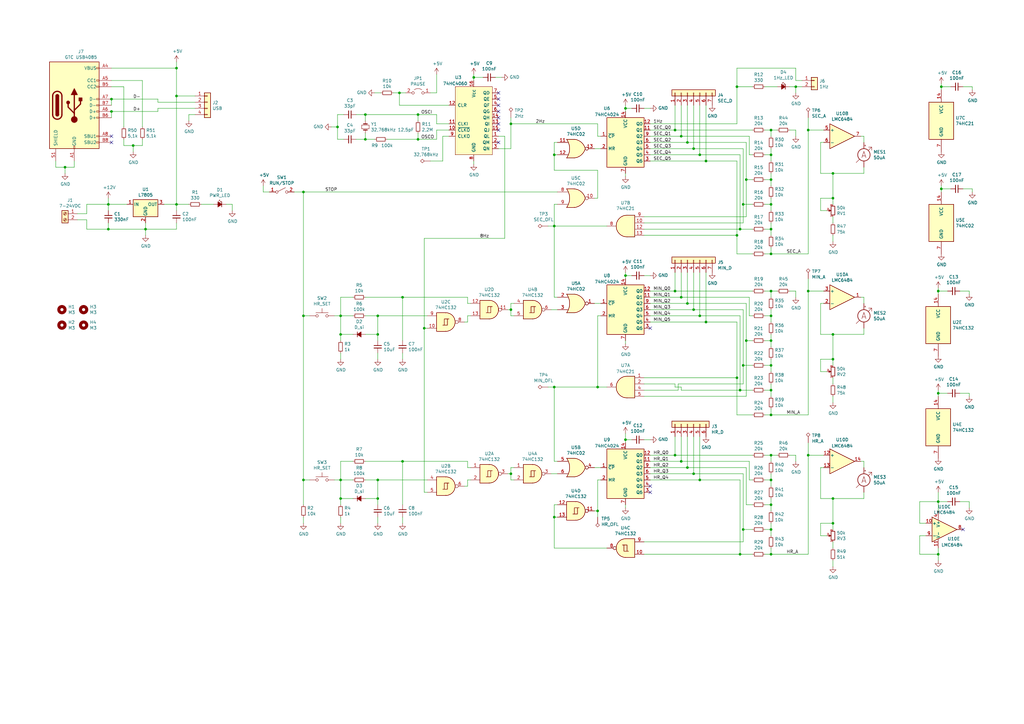
<source format=kicad_sch>
(kicad_sch (version 20211123) (generator eeschema)
  (paper "A3")
  (title_block (title "The DAC - Digital Analog Clock") (date "2022-03-13") (rev "0") (company "Andraž Vene"))
  (junction (at 289.56 66.04))
  (junction (at 302.26 35.56))
  (junction (at 384.81 227.33))
  (junction (at 139.7 204.47))
  (junction (at 256.54 180.34))
  (junction (at 303.53 160.02))
  (junction (at 304.8 217.17))
  (junction (at 316.23 104.14))
  (junction (at 124.46 78.74))
  (junction (at 256.54 44.45))
  (junction (at 326.39 35.56))
  (junction (at 302.26 154.94))
  (junction (at 163.83 38.1))
  (junction (at 227.33 212.09))
  (junction (at 139.7 137.16))
  (junction (at 386.08 35.56))
  (junction (at 138.43 52.07))
  (junction (at 227.33 63.5))
  (junction (at 316.23 139.7))
  (junction (at 316.23 186.69))
  (junction (at 287.02 63.5))
  (junction (at 279.4 55.88))
  (junction (at 306.07 73.66))
  (junction (at 45.72 40.64))
  (junction (at 304.8 83.82))
  (junction (at 341.63 137.16))
  (junction (at 287.02 196.85))
  (junction (at 209.55 50.8))
  (junction (at 154.94 137.16))
  (junction (at 303.53 227.33))
  (junction (at 276.86 53.34))
  (junction (at 341.63 147.32))
  (junction (at 44.45 93.98))
  (junction (at 316.23 160.02))
  (junction (at 54.61 59.69))
  (junction (at 276.86 186.69))
  (junction (at 316.23 63.5))
  (junction (at 154.94 196.85))
  (junction (at 173.99 134.62))
  (junction (at 316.23 149.86))
  (junction (at 256.54 113.03))
  (junction (at 386.08 77.47))
  (junction (at 171.45 57.15))
  (junction (at 306.07 139.7))
  (junction (at 279.4 189.23))
  (junction (at 316.23 83.82))
  (junction (at 316.23 227.33))
  (junction (at 303.53 93.98))
  (junction (at 276.86 119.38))
  (junction (at 44.45 83.82))
  (junction (at 341.63 214.63))
  (junction (at 59.69 93.98))
  (junction (at 209.55 127))
  (junction (at 171.45 46.99))
  (junction (at 165.1 189.23))
  (junction (at 384.81 205.74))
  (junction (at 341.63 81.28))
  (junction (at 331.47 119.38))
  (junction (at 227.33 158.75))
  (junction (at 384.81 119.38))
  (junction (at 124.46 129.54))
  (junction (at 279.4 121.92))
  (junction (at 281.94 191.77))
  (junction (at 341.63 204.47))
  (junction (at 384.81 161.29))
  (junction (at 281.94 124.46))
  (junction (at 284.48 194.31))
  (junction (at 245.11 158.75))
  (junction (at 149.86 46.99))
  (junction (at 316.23 207.01))
  (junction (at 316.23 170.18))
  (junction (at 124.46 196.85))
  (junction (at 316.23 93.98))
  (junction (at 194.31 31.75))
  (junction (at 289.56 132.08))
  (junction (at 331.47 186.69))
  (junction (at 72.39 27.94))
  (junction (at 154.94 204.47))
  (junction (at 331.47 53.34))
  (junction (at 227.33 92.71))
  (junction (at 245.11 209.55))
  (junction (at 302.26 96.52))
  (junction (at 316.23 196.85))
  (junction (at 316.23 73.66))
  (junction (at 45.72 45.72))
  (junction (at 154.94 129.54))
  (junction (at 316.23 53.34))
  (junction (at 165.1 121.92))
  (junction (at 287.02 129.54))
  (junction (at 26.67 68.58))
  (junction (at 304.8 149.86))
  (junction (at 316.23 129.54))
  (junction (at 284.48 127))
  (junction (at 139.7 129.54))
  (junction (at 284.48 60.96))
  (junction (at 341.63 71.12))
  (junction (at 72.39 39.37))
  (junction (at 316.23 217.17))
  (junction (at 72.39 83.82))
  (junction (at 149.86 57.15))
  (junction (at 139.7 196.85))
  (junction (at 281.94 58.42))
  (junction (at 209.55 194.31))
  (junction (at 316.23 119.38))
  (no_connect (at 266.7 199.39))
  (no_connect (at 204.47 43.18))
  (no_connect (at 204.47 53.34))
  (no_connect (at 45.72 58.42))
  (no_connect (at 204.47 48.26))
  (no_connect (at 204.47 40.64))
  (no_connect (at 204.47 58.42))
  (no_connect (at 204.47 50.8))
  (no_connect (at 394.97 217.17))
  (no_connect (at 266.7 134.62))
  (no_connect (at 204.47 45.72))
  (no_connect (at 45.72 55.88))
  (no_connect (at 204.47 38.1))
  (no_connect (at 266.7 201.93))
  (wire (pts (xy 193.04 124.46) (xy 191.77 124.46)))
  (wire (pts (xy 266.7 58.42) (xy 281.94 58.42)))
  (wire (pts (xy 276.86 53.34) (xy 308.61 53.34)))
  (wire (pts (xy 58.42 59.69) (xy 58.42 57.15)))
  (wire (pts (xy 22.86 68.58) (xy 26.67 68.58)))
  (wire (pts (xy 316.23 189.23) (xy 316.23 186.69)))
  (wire (pts (xy 398.78 35.56) (xy 394.97 35.56)))
  (wire (pts (xy 331.47 181.61) (xy 331.47 186.69)))
  (wire (pts (xy 316.23 139.7) (xy 316.23 142.24)))
  (wire (pts (xy 276.86 179.07) (xy 276.86 186.69)))
  (wire (pts (xy 279.4 158.75) (xy 279.4 160.02)))
  (wire (pts (xy 173.99 97.79) (xy 173.99 134.62)))
  (wire (pts (xy 316.23 60.96) (xy 316.23 63.5)))
  (wire (pts (xy 58.42 33.02) (xy 58.42 52.07)))
  (wire (pts (xy 377.19 219.71) (xy 379.73 219.71)))
  (wire (pts (xy 45.72 40.64) (xy 64.77 40.64)))
  (wire (pts (xy 171.45 46.99) (xy 149.86 46.99)))
  (wire (pts (xy 266.7 127) (xy 284.48 127)))
  (wire (pts (xy 316.23 196.85) (xy 316.23 199.39)))
  (wire (pts (xy 266.7 129.54) (xy 287.02 129.54)))
  (wire (pts (xy 154.94 204.47) (xy 154.94 196.85)))
  (wire (pts (xy 341.63 81.28) (xy 341.63 71.12)))
  (wire (pts (xy 35.56 83.82) (xy 44.45 83.82)))
  (wire (pts (xy 304.8 194.31) (xy 304.8 217.17)))
  (wire (pts (xy 316.23 83.82) (xy 316.23 86.36)))
  (wire (pts (xy 210.82 191.77) (xy 209.55 191.77)))
  (wire (pts (xy 64.77 45.72) (xy 64.77 44.45)))
  (wire (pts (xy 302.26 66.04) (xy 302.26 96.52)))
  (wire (pts (xy 264.16 96.52) (xy 302.26 96.52)))
  (wire (pts (xy 313.69 93.98) (xy 316.23 93.98)))
  (wire (pts (xy 398.78 78.74) (xy 398.78 77.47)))
  (wire (pts (xy 140.97 46.99) (xy 138.43 46.99)))
  (wire (pts (xy 228.6 63.5) (xy 227.33 63.5)))
  (wire (pts (xy 173.99 134.62) (xy 175.26 134.62)))
  (wire (pts (xy 190.5 199.39) (xy 191.77 199.39)))
  (wire (pts (xy 124.46 78.74) (xy 124.46 129.54)))
  (wire (pts (xy 303.53 227.33) (xy 308.61 227.33)))
  (wire (pts (xy 308.61 35.56) (xy 302.26 35.56)))
  (wire (pts (xy 209.55 196.85) (xy 210.82 196.85)))
  (wire (pts (xy 341.63 71.12) (xy 336.55 71.12)))
  (wire (pts (xy 306.07 124.46) (xy 306.07 139.7)))
  (wire (pts (xy 303.53 93.98) (xy 308.61 93.98)))
  (wire (pts (xy 156.21 38.1) (xy 153.67 38.1)))
  (wire (pts (xy 138.43 46.99) (xy 138.43 52.07)))
  (wire (pts (xy 259.08 180.34) (xy 256.54 180.34)))
  (wire (pts (xy 45.72 43.18) (xy 45.72 40.64)))
  (wire (pts (xy 266.7 44.45) (xy 264.16 44.45)))
  (wire (pts (xy 384.81 162.56) (xy 384.81 161.29)))
  (wire (pts (xy 339.09 86.36) (xy 336.55 86.36)))
  (wire (pts (xy 302.26 132.08) (xy 302.26 154.94)))
  (wire (pts (xy 35.56 90.17) (xy 35.56 93.98)))
  (wire (pts (xy 313.69 129.54) (xy 316.23 129.54)))
  (wire (pts (xy 154.94 207.01) (xy 154.94 204.47)))
  (wire (pts (xy 194.31 31.75) (xy 198.12 31.75)))
  (wire (pts (xy 306.07 73.66) (xy 308.61 73.66)))
  (wire (pts (xy 287.02 196.85) (xy 303.53 196.85)))
  (wire (pts (xy 304.8 222.25) (xy 264.16 222.25)))
  (wire (pts (xy 389.89 35.56) (xy 386.08 35.56)))
  (wire (pts (xy 72.39 83.82) (xy 72.39 86.36)))
  (wire (pts (xy 341.63 157.48) (xy 341.63 154.94)))
  (wire (pts (xy 139.7 214.63) (xy 139.7 212.09)))
  (wire (pts (xy 302.26 154.94) (xy 302.26 170.18)))
  (wire (pts (xy 264.16 91.44) (xy 304.8 91.44)))
  (wire (pts (xy 266.7 66.04) (xy 289.56 66.04)))
  (wire (pts (xy 331.47 53.34) (xy 331.47 48.26)))
  (wire (pts (xy 313.69 63.5) (xy 316.23 63.5)))
  (wire (pts (xy 209.55 124.46) (xy 209.55 127)))
  (wire (pts (xy 336.55 58.42) (xy 337.82 58.42)))
  (wire (pts (xy 209.55 194.31) (xy 208.28 194.31)))
  (wire (pts (xy 227.33 58.42) (xy 228.6 58.42)))
  (wire (pts (xy 336.55 124.46) (xy 336.55 137.16)))
  (wire (pts (xy 266.7 121.92) (xy 279.4 121.92)))
  (wire (pts (xy 384.81 205.74) (xy 384.81 209.55)))
  (wire (pts (xy 163.83 38.1) (xy 161.29 38.1)))
  (wire (pts (xy 384.81 201.93) (xy 384.81 205.74)))
  (wire (pts (xy 316.23 101.6) (xy 316.23 104.14)))
  (wire (pts (xy 276.86 186.69) (xy 308.61 186.69)))
  (wire (pts (xy 44.45 83.82) (xy 52.07 83.82)))
  (wire (pts (xy 179.07 53.34) (xy 179.07 57.15)))
  (wire (pts (xy 54.61 62.23) (xy 54.61 59.69)))
  (wire (pts (xy 264.16 157.48) (xy 276.86 157.48)))
  (wire (pts (xy 316.23 160.02) (xy 316.23 162.56)))
  (wire (pts (xy 72.39 27.94) (xy 72.39 39.37)))
  (wire (pts (xy 331.47 104.14) (xy 331.47 53.34)))
  (wire (pts (xy 313.69 217.17) (xy 316.23 217.17)))
  (wire (pts (xy 306.07 207.01) (xy 308.61 207.01)))
  (wire (pts (xy 304.8 217.17) (xy 304.8 222.25)))
  (wire (pts (xy 304.8 83.82) (xy 308.61 83.82)))
  (wire (pts (xy 228.6 212.09) (xy 227.33 212.09)))
  (wire (pts (xy 331.47 227.33) (xy 331.47 186.69)))
  (wire (pts (xy 194.31 66.04) (xy 194.31 67.31)))
  (wire (pts (xy 331.47 186.69) (xy 337.82 186.69)))
  (wire (pts (xy 316.23 93.98) (xy 316.23 96.52)))
  (wire (pts (xy 354.33 137.16) (xy 341.63 137.16)))
  (wire (pts (xy 287.02 129.54) (xy 303.53 129.54)))
  (wire (pts (xy 245.11 196.85) (xy 246.38 196.85)))
  (wire (pts (xy 354.33 134.62) (xy 354.33 137.16)))
  (wire (pts (xy 326.39 186.69) (xy 326.39 189.23)))
  (wire (pts (xy 266.7 113.03) (xy 264.16 113.03)))
  (wire (pts (xy 154.94 139.7) (xy 154.94 137.16)))
  (wire (pts (xy 353.06 189.23) (xy 354.33 189.23)))
  (wire (pts (xy 313.69 104.14) (xy 316.23 104.14)))
  (wire (pts (xy 313.69 227.33) (xy 316.23 227.33)))
  (wire (pts (xy 276.86 158.75) (xy 279.4 158.75)))
  (wire (pts (xy 139.7 196.85) (xy 139.7 204.47)))
  (wire (pts (xy 313.69 186.69) (xy 316.23 186.69)))
  (wire (pts (xy 248.92 224.79) (xy 227.33 224.79)))
  (wire (pts (xy 341.63 149.86) (xy 341.63 147.32)))
  (wire (pts (xy 139.7 189.23) (xy 144.78 189.23)))
  (wire (pts (xy 45.72 48.26) (xy 45.72 45.72)))
  (wire (pts (xy 281.94 191.77) (xy 306.07 191.77)))
  (wire (pts (xy 245.11 50.8) (xy 245.11 55.88)))
  (wire (pts (xy 209.55 129.54) (xy 210.82 129.54)))
  (wire (pts (xy 326.39 27.94) (xy 302.26 27.94)))
  (wire (pts (xy 389.89 77.47) (xy 386.08 77.47)))
  (wire (pts (xy 144.78 121.92) (xy 139.7 121.92)))
  (wire (pts (xy 171.45 57.15) (xy 158.75 57.15)))
  (wire (pts (xy 264.16 88.9) (xy 306.07 88.9)))
  (wire (pts (xy 326.39 38.1) (xy 326.39 35.56)))
  (wire (pts (xy 336.55 81.28) (xy 341.63 81.28)))
  (wire (pts (xy 259.08 44.45) (xy 256.54 44.45)))
  (wire (pts (xy 331.47 170.18) (xy 331.47 119.38)))
  (wire (pts (xy 139.7 207.01) (xy 139.7 204.47)))
  (wire (pts (xy 316.23 167.64) (xy 316.23 170.18)))
  (wire (pts (xy 203.2 31.75) (xy 205.74 31.75)))
  (wire (pts (xy 154.94 137.16) (xy 154.94 129.54)))
  (wire (pts (xy 139.7 129.54) (xy 139.7 137.16)))
  (wire (pts (xy 127 196.85) (xy 124.46 196.85)))
  (wire (pts (xy 30.48 66.04) (xy 30.48 68.58)))
  (wire (pts (xy 289.56 66.04) (xy 302.26 66.04)))
  (wire (pts (xy 35.56 93.98) (xy 44.45 93.98)))
  (wire (pts (xy 318.77 53.34) (xy 316.23 53.34)))
  (wire (pts (xy 266.7 60.96) (xy 284.48 60.96)))
  (wire (pts (xy 316.23 104.14) (xy 331.47 104.14)))
  (wire (pts (xy 266.7 186.69) (xy 276.86 186.69)))
  (wire (pts (xy 266.7 196.85) (xy 287.02 196.85)))
  (wire (pts (xy 397.51 205.74) (xy 397.51 208.28)))
  (wire (pts (xy 393.7 205.74) (xy 397.51 205.74)))
  (wire (pts (xy 354.33 204.47) (xy 341.63 204.47)))
  (wire (pts (xy 302.26 27.94) (xy 302.26 35.56)))
  (wire (pts (xy 316.23 224.79) (xy 316.23 227.33)))
  (wire (pts (xy 278.13 160.02) (xy 264.16 160.02)))
  (wire (pts (xy 44.45 93.98) (xy 44.45 91.44)))
  (wire (pts (xy 243.84 60.96) (xy 246.38 60.96)))
  (wire (pts (xy 227.33 92.71) (xy 248.92 92.71)))
  (wire (pts (xy 306.07 139.7) (xy 306.07 162.56)))
  (wire (pts (xy 388.62 161.29) (xy 384.81 161.29)))
  (wire (pts (xy 87.63 83.82) (xy 82.55 83.82)))
  (wire (pts (xy 341.63 232.41) (xy 341.63 229.87)))
  (wire (pts (xy 287.02 43.18) (xy 287.02 63.5)))
  (wire (pts (xy 31.75 90.17) (xy 35.56 90.17)))
  (wire (pts (xy 316.23 227.33) (xy 331.47 227.33)))
  (wire (pts (xy 266.7 55.88) (xy 279.4 55.88)))
  (wire (pts (xy 279.4 111.76) (xy 279.4 121.92)))
  (wire (pts (xy 228.6 189.23) (xy 227.33 189.23)))
  (wire (pts (xy 50.8 59.69) (xy 54.61 59.69)))
  (wire (pts (xy 256.54 208.28) (xy 256.54 207.01)))
  (wire (pts (xy 318.77 119.38) (xy 316.23 119.38)))
  (wire (pts (xy 72.39 25.4) (xy 72.39 27.94)))
  (wire (pts (xy 256.54 72.39) (xy 256.54 71.12)))
  (wire (pts (xy 303.53 129.54) (xy 303.53 160.02)))
  (wire (pts (xy 154.94 129.54) (xy 175.26 129.54)))
  (wire (pts (xy 397.51 161.29) (xy 397.51 162.56)))
  (wire (pts (xy 154.94 196.85) (xy 175.26 196.85)))
  (wire (pts (xy 303.53 160.02) (xy 308.61 160.02)))
  (wire (pts (xy 281.94 124.46) (xy 306.07 124.46)))
  (wire (pts (xy 64.77 44.45) (xy 80.01 44.45)))
  (wire (pts (xy 313.69 83.82) (xy 316.23 83.82)))
  (wire (pts (xy 72.39 91.44) (xy 72.39 93.98)))
  (wire (pts (xy 307.34 55.88) (xy 307.34 63.5)))
  (wire (pts (xy 181.61 55.88) (xy 181.61 66.04)))
  (wire (pts (xy 316.23 71.12) (xy 316.23 73.66)))
  (wire (pts (xy 316.23 194.31) (xy 316.23 196.85)))
  (wire (pts (xy 50.8 57.15) (xy 50.8 59.69)))
  (wire (pts (xy 165.1 189.23) (xy 165.1 207.01)))
  (wire (pts (xy 339.09 152.4) (xy 336.55 152.4)))
  (wire (pts (xy 149.86 189.23) (xy 165.1 189.23)))
  (wire (pts (xy 266.7 119.38) (xy 276.86 119.38)))
  (wire (pts (xy 326.39 33.02) (xy 326.39 27.94)))
  (wire (pts (xy 165.1 147.32) (xy 165.1 144.78)))
  (wire (pts (xy 393.7 161.29) (xy 397.51 161.29)))
  (wire (pts (xy 266.7 194.31) (xy 284.48 194.31)))
  (wire (pts (xy 289.56 132.08) (xy 302.26 132.08)))
  (wire (pts (xy 227.33 224.79) (xy 227.33 212.09)))
  (wire (pts (xy 289.56 43.18) (xy 289.56 66.04)))
  (wire (pts (xy 138.43 52.07) (xy 138.43 57.15)))
  (wire (pts (xy 245.11 69.85) (xy 227.33 69.85)))
  (wire (pts (xy 191.77 189.23) (xy 165.1 189.23)))
  (wire (pts (xy 165.1 214.63) (xy 165.1 212.09)))
  (wire (pts (xy 149.86 54.61) (xy 149.86 57.15)))
  (wire (pts (xy 316.23 81.28) (xy 316.23 83.82)))
  (wire (pts (xy 398.78 77.47) (xy 394.97 77.47)))
  (wire (pts (xy 184.15 50.8) (xy 179.07 50.8)))
  (wire (pts (xy 336.55 86.36) (xy 336.55 81.28)))
  (wire (pts (xy 307.34 196.85) (xy 308.61 196.85)))
  (wire (pts (xy 377.19 227.33) (xy 377.19 219.71)))
  (wire (pts (xy 318.77 186.69) (xy 316.23 186.69)))
  (wire (pts (xy 184.15 55.88) (xy 181.61 55.88)))
  (wire (pts (xy 139.7 139.7) (xy 139.7 137.16)))
  (wire (pts (xy 135.89 52.07) (xy 138.43 52.07)))
  (wire (pts (xy 227.33 69.85) (xy 227.33 63.5)))
  (wire (pts (xy 341.63 91.44) (xy 341.63 88.9)))
  (wire (pts (xy 64.77 40.64) (xy 64.77 41.91)))
  (wire (pts (xy 316.23 214.63) (xy 316.23 217.17)))
  (wire (pts (xy 341.63 214.63) (xy 341.63 204.47)))
  (wire (pts (xy 306.07 58.42) (xy 306.07 73.66)))
  (wire (pts (xy 336.55 191.77) (xy 337.82 191.77)))
  (wire (pts (xy 31.75 87.63) (xy 35.56 87.63)))
  (wire (pts (xy 276.86 157.48) (xy 276.86 158.75)))
  (wire (pts (xy 59.69 93.98) (xy 44.45 93.98)))
  (wire (pts (xy 149.86 137.16) (xy 154.94 137.16)))
  (wire (pts (xy 354.33 71.12) (xy 341.63 71.12)))
  (wire (pts (xy 179.07 46.99) (xy 171.45 46.99)))
  (wire (pts (xy 302.26 96.52) (xy 302.26 104.14)))
  (wire (pts (xy 287.02 111.76) (xy 287.02 129.54)))
  (wire (pts (xy 313.69 139.7) (xy 316.23 139.7)))
  (wire (pts (xy 304.8 127) (xy 304.8 149.86)))
  (wire (pts (xy 227.33 189.23) (xy 227.33 158.75)))
  (wire (pts (xy 227.33 92.71) (xy 227.33 83.82)))
  (wire (pts (xy 266.7 189.23) (xy 279.4 189.23)))
  (wire (pts (xy 227.33 212.09) (xy 227.33 207.01)))
  (wire (pts (xy 165.1 139.7) (xy 165.1 121.92)))
  (wire (pts (xy 281.94 111.76) (xy 281.94 124.46)))
  (wire (pts (xy 139.7 147.32) (xy 139.7 144.78)))
  (wire (pts (xy 284.48 43.18) (xy 284.48 60.96)))
  (wire (pts (xy 336.55 124.46) (xy 337.82 124.46)))
  (wire (pts (xy 191.77 199.39) (xy 191.77 196.85)))
  (wire (pts (xy 26.67 71.12) (xy 26.67 68.58)))
  (wire (pts (xy 163.83 38.1) (xy 166.37 38.1)))
  (wire (pts (xy 316.23 217.17) (xy 316.23 219.71)))
  (wire (pts (xy 194.31 31.75) (xy 194.31 33.02)))
  (wire (pts (xy 120.65 78.74) (xy 124.46 78.74)))
  (wire (pts (xy 316.23 137.16) (xy 316.23 139.7)))
  (wire (pts (xy 307.34 63.5) (xy 308.61 63.5)))
  (wire (pts (xy 276.86 43.18) (xy 276.86 53.34)))
  (wire (pts (xy 354.33 189.23) (xy 354.33 191.77)))
  (wire (pts (xy 306.07 162.56) (xy 264.16 162.56)))
  (wire (pts (xy 341.63 147.32) (xy 341.63 137.16)))
  (wire (pts (xy 139.7 189.23) (xy 139.7 196.85)))
  (wire (pts (xy 59.69 96.52) (xy 59.69 93.98)))
  (wire (pts (xy 336.55 219.71) (xy 336.55 214.63)))
  (wire (pts (xy 284.48 111.76) (xy 284.48 127)))
  (wire (pts (xy 22.86 66.04) (xy 22.86 68.58)))
  (wire (pts (xy 326.39 119.38) (xy 326.39 121.92)))
  (wire (pts (xy 191.77 121.92) (xy 165.1 121.92)))
  (wire (pts (xy 384.81 227.33) (xy 384.81 224.79)))
  (wire (pts (xy 284.48 179.07) (xy 284.48 194.31)))
  (wire (pts (xy 50.8 35.56) (xy 45.72 35.56)))
  (wire (pts (xy 278.13 157.48) (xy 278.13 160.02)))
  (wire (pts (xy 354.33 121.92) (xy 354.33 124.46)))
  (wire (pts (xy 245.11 129.54) (xy 246.38 129.54)))
  (wire (pts (xy 190.5 132.08) (xy 191.77 132.08)))
  (wire (pts (xy 313.69 149.86) (xy 316.23 149.86)))
  (wire (pts (xy 95.25 83.82) (xy 92.71 83.82)))
  (wire (pts (xy 304.8 217.17) (xy 308.61 217.17)))
  (wire (pts (xy 227.33 158.75) (xy 245.11 158.75)))
  (wire (pts (xy 341.63 99.06) (xy 341.63 96.52)))
  (wire (pts (xy 204.47 60.96) (xy 209.55 60.96)))
  (wire (pts (xy 341.63 137.16) (xy 336.55 137.16)))
  (wire (pts (xy 149.86 57.15) (xy 153.67 57.15)))
  (wire (pts (xy 191.77 196.85) (xy 193.04 196.85)))
  (wire (pts (xy 259.08 113.03) (xy 256.54 113.03)))
  (wire (pts (xy 313.69 170.18) (xy 316.23 170.18)))
  (wire (pts (xy 306.07 139.7) (xy 308.61 139.7)))
  (wire (pts (xy 181.61 66.04) (xy 176.53 66.04)))
  (wire (pts (xy 245.11 212.09) (xy 245.11 209.55)))
  (wire (pts (xy 281.94 58.42) (xy 306.07 58.42)))
  (wire (pts (xy 302.26 35.56) (xy 302.26 50.8)))
  (wire (pts (xy 336.55 147.32) (xy 341.63 147.32)))
  (wire (pts (xy 245.11 81.28) (xy 245.11 69.85)))
  (wire (pts (xy 307.34 129.54) (xy 308.61 129.54)))
  (wire (pts (xy 281.94 43.18) (xy 281.94 58.42)))
  (wire (pts (xy 248.92 158.75) (xy 245.11 158.75)))
  (wire (pts (xy 341.63 165.1) (xy 341.63 162.56)))
  (wire (pts (xy 384.81 119.38) (xy 384.81 120.65)))
  (wire (pts (xy 266.7 63.5) (xy 287.02 63.5)))
  (wire (pts (xy 176.53 38.1) (xy 179.07 38.1)))
  (wire (pts (xy 137.16 196.85) (xy 139.7 196.85)))
  (wire (pts (xy 289.56 111.76) (xy 289.56 132.08)))
  (wire (pts (xy 227.33 63.5) (xy 227.33 58.42)))
  (wire (pts (xy 107.95 78.74) (xy 110.49 78.74)))
  (wire (pts (xy 72.39 93.98) (xy 59.69 93.98)))
  (wire (pts (xy 194.31 30.48) (xy 194.31 31.75)))
  (wire (pts (xy 316.23 207.01) (xy 316.23 209.55)))
  (wire (pts (xy 266.7 191.77) (xy 281.94 191.77)))
  (wire (pts (xy 328.93 33.02) (xy 326.39 33.02)))
  (wire (pts (xy 316.23 157.48) (xy 316.23 160.02)))
  (wire (pts (xy 307.34 121.92) (xy 307.34 129.54)))
  (wire (pts (xy 302.26 104.14) (xy 308.61 104.14)))
  (wire (pts (xy 303.53 196.85) (xy 303.53 227.33)))
  (wire (pts (xy 256.54 177.8) (xy 256.54 180.34)))
  (wire (pts (xy 331.47 114.3) (xy 331.47 119.38)))
  (wire (pts (xy 256.54 180.34) (xy 256.54 181.61)))
  (wire (pts (xy 154.94 144.78) (xy 154.94 147.32)))
  (wire (pts (xy 313.69 73.66) (xy 316.23 73.66)))
  (wire (pts (xy 191.77 124.46) (xy 191.77 121.92)))
  (wire (pts (xy 328.93 35.56) (xy 326.39 35.56)))
  (wire (pts (xy 54.61 59.69) (xy 58.42 59.69)))
  (wire (pts (xy 316.23 170.18) (xy 331.47 170.18)))
  (wire (pts (xy 316.23 91.44) (xy 316.23 93.98)))
  (wire (pts (xy 243.84 209.55) (xy 245.11 209.55)))
  (wire (pts (xy 313.69 160.02) (xy 316.23 160.02)))
  (wire (pts (xy 398.78 36.83) (xy 398.78 35.56)))
  (wire (pts (xy 386.08 35.56) (xy 386.08 34.29)))
  (wire (pts (xy 149.86 46.99) (xy 146.05 46.99)))
  (wire (pts (xy 184.15 43.18) (xy 163.83 43.18)))
  (wire (pts (xy 224.79 92.71) (xy 227.33 92.71)))
  (wire (pts (xy 384.81 227.33) (xy 377.19 227.33)))
  (wire (pts (xy 77.47 46.99) (xy 77.47 49.53)))
  (wire (pts (xy 303.53 227.33) (xy 264.16 227.33)))
  (wire (pts (xy 243.84 124.46) (xy 246.38 124.46)))
  (wire (pts (xy 209.55 191.77) (xy 209.55 194.31)))
  (wire (pts (xy 124.46 207.01) (xy 124.46 196.85)))
  (wire (pts (xy 326.39 53.34) (xy 326.39 55.88)))
  (wire (pts (xy 353.06 121.92) (xy 354.33 121.92)))
  (wire (pts (xy 245.11 158.75) (xy 245.11 129.54)))
  (wire (pts (xy 354.33 201.93) (xy 354.33 204.47)))
  (wire (pts (xy 384.81 119.38) (xy 384.81 118.11)))
  (wire (pts (xy 224.79 158.75) (xy 227.33 158.75)))
  (wire (pts (xy 227.33 121.92) (xy 228.6 121.92)))
  (wire (pts (xy 139.7 121.92) (xy 139.7 129.54)))
  (wire (pts (xy 209.55 48.26) (xy 209.55 50.8)))
  (wire (pts (xy 256.54 111.76) (xy 256.54 113.03)))
  (wire (pts (xy 388.62 119.38) (xy 384.81 119.38)))
  (wire (pts (xy 316.23 121.92) (xy 316.23 119.38)))
  (wire (pts (xy 276.86 111.76) (xy 276.86 119.38)))
  (wire (pts (xy 313.69 207.01) (xy 316.23 207.01)))
  (wire (pts (xy 353.06 55.88) (xy 354.33 55.88)))
  (wire (pts (xy 256.54 44.45) (xy 256.54 45.72)))
  (wire (pts (xy 284.48 127) (xy 304.8 127)))
  (wire (pts (xy 191.77 129.54) (xy 193.04 129.54)))
  (wire (pts (xy 307.34 189.23) (xy 307.34 196.85)))
  (wire (pts (xy 50.8 52.07) (xy 50.8 35.56)))
  (wire (pts (xy 179.07 38.1) (xy 179.07 30.48)))
  (wire (pts (xy 165.1 121.92) (xy 149.86 121.92)))
  (wire (pts (xy 210.82 124.46) (xy 209.55 124.46)))
  (wire (pts (xy 171.45 57.15) (xy 179.07 57.15)))
  (wire (pts (xy 35.56 87.63) (xy 35.56 83.82)))
  (wire (pts (xy 279.4 43.18) (xy 279.4 55.88)))
  (wire (pts (xy 209.55 60.96) (xy 209.55 50.8)))
  (wire (pts (xy 331.47 119.38) (xy 337.82 119.38)))
  (wire (pts (xy 341.63 224.79) (xy 341.63 222.25)))
  (wire (pts (xy 384.81 161.29) (xy 384.81 160.02)))
  (wire (pts (xy 313.69 196.85) (xy 316.23 196.85)))
  (wire (pts (xy 137.16 129.54) (xy 139.7 129.54)))
  (wire (pts (xy 336.55 214.63) (xy 341.63 214.63)))
  (wire (pts (xy 149.86 204.47) (xy 154.94 204.47)))
  (wire (pts (xy 256.54 113.03) (xy 256.54 114.3)))
  (wire (pts (xy 354.33 55.88) (xy 354.33 58.42)))
  (wire (pts (xy 245.11 55.88) (xy 246.38 55.88)))
  (wire (pts (xy 316.23 204.47) (xy 316.23 207.01)))
  (wire (pts (xy 264.16 154.94) (xy 302.26 154.94)))
  (wire (pts (xy 388.62 205.74) (xy 384.81 205.74)))
  (wire (pts (xy 243.84 81.28) (xy 245.11 81.28)))
  (wire (pts (xy 287.02 63.5) (xy 303.53 63.5)))
  (wire (pts (xy 313.69 53.34) (xy 316.23 53.34)))
  (wire (pts (xy 207.01 55.88) (xy 207.01 97.79)))
  (wire (pts (xy 256.54 43.18) (xy 256.54 44.45)))
  (wire (pts (xy 184.15 53.34) (xy 179.07 53.34)))
  (wire (pts (xy 318.77 35.56) (xy 313.69 35.56)))
  (wire (pts (xy 59.69 93.98) (xy 59.69 91.44)))
  (wire (pts (xy 341.63 83.82) (xy 341.63 81.28)))
  (wire (pts (xy 336.55 191.77) (xy 336.55 204.47)))
  (wire (pts (xy 264.16 93.98) (xy 303.53 93.98)))
  (wire (pts (xy 313.69 119.38) (xy 316.23 119.38)))
  (wire (pts (xy 139.7 137.16) (xy 144.78 137.16)))
  (wire (pts (xy 266.7 124.46) (xy 281.94 124.46)))
  (wire (pts (xy 154.94 129.54) (xy 149.86 129.54)))
  (wire (pts (xy 173.99 201.93) (xy 173.99 134.62)))
  (wire (pts (xy 228.6 78.74) (xy 124.46 78.74)))
  (wire (pts (xy 323.85 53.34) (xy 326.39 53.34)))
  (wire (pts (xy 397.51 120.65) (xy 397.51 119.38)))
  (wire (pts (xy 144.78 129.54) (xy 139.7 129.54)))
  (wire (pts (xy 154.94 212.09) (xy 154.94 214.63)))
  (wire (pts (xy 386.08 77.47) (xy 386.08 78.74)))
  (wire (pts (xy 72.39 27.94) (xy 45.72 27.94)))
  (wire (pts (xy 209.55 127) (xy 208.28 127)))
  (wire (pts (xy 279.4 55.88) (xy 307.34 55.88)))
  (wire (pts (xy 266.7 53.34) (xy 276.86 53.34)))
  (wire (pts (xy 193.04 191.77) (xy 191.77 191.77)))
  (wire (pts (xy 354.33 68.58) (xy 354.33 71.12)))
  (wire (pts (xy 209.55 127) (xy 209.55 129.54)))
  (wire (pts (xy 171.45 54.61) (xy 171.45 57.15)))
  (wire (pts (xy 397.51 119.38) (xy 393.7 119.38)))
  (wire (pts (xy 336.55 58.42) (xy 336.55 71.12)))
  (wire (pts (xy 64.77 41.91) (xy 80.01 41.91)))
  (wire (pts (xy 304.8 149.86) (xy 308.61 149.86)))
  (wire (pts (xy 386.08 35.56) (xy 386.08 36.83)))
  (wire (pts (xy 26.67 68.58) (xy 30.48 68.58)))
  (wire (pts (xy 377.19 205.74) (xy 384.81 205.74)))
  (wire (pts (xy 303.53 63.5) (xy 303.53 93.98)))
  (wire (pts (xy 316.23 149.86) (xy 316.23 152.4)))
  (wire (pts (xy 386.08 77.47) (xy 386.08 76.2)))
  (wire (pts (xy 331.47 53.34) (xy 337.82 53.34)))
  (wire (pts (xy 191.77 191.77) (xy 191.77 189.23)))
  (wire (pts (xy 316.23 129.54) (xy 316.23 132.08)))
  (wire (pts (xy 45.72 33.02) (xy 58.42 33.02)))
  (wire (pts (xy 304.8 91.44) (xy 304.8 83.82)))
  (wire (pts (xy 95.25 86.36) (xy 95.25 83.82)))
  (wire (pts (xy 377.19 214.63) (xy 377.19 205.74)))
  (wire (pts (xy 179.07 50.8) (xy 179.07 46.99)))
  (wire (pts (xy 316.23 147.32) (xy 316.23 149.86)))
  (wire (pts (xy 379.73 214.63) (xy 377.19 214.63)))
  (wire (pts (xy 279.4 160.02) (xy 303.53 160.02)))
  (wire (pts (xy 323.85 186.69) (xy 326.39 186.69)))
  (wire (pts (xy 209.55 194.31) (xy 209.55 196.85)))
  (wire (pts (xy 227.33 92.71) (xy 227.33 121.92)))
  (wire (pts (xy 384.81 229.87) (xy 384.81 227.33)))
  (wire (pts (xy 326.39 35.56) (xy 323.85 35.56)))
  (wire (pts (xy 72.39 39.37) (xy 72.39 83.82)))
  (wire (pts (xy 163.83 43.18) (xy 163.83 38.1)))
  (wire (pts (xy 144.78 196.85) (xy 139.7 196.85)))
  (wire (pts (xy 341.63 217.17) (xy 341.63 214.63)))
  (wire (pts (xy 171.45 49.53) (xy 171.45 46.99)))
  (wire (pts (xy 67.31 83.82) (xy 72.39 83.82)))
  (wire (pts (xy 209.55 50.8) (xy 245.11 50.8)))
  (wire (pts (xy 316.23 73.66) (xy 316.23 76.2)))
  (wire (pts (xy 316.23 63.5) (xy 316.23 66.04)))
  (wire (pts (xy 124.46 214.63) (xy 124.46 212.09)))
  (wire (pts (xy 266.7 180.34) (xy 264.16 180.34)))
  (wire (pts (xy 341.63 204.47) (xy 336.55 204.47)))
  (wire (pts (xy 207.01 97.79) (xy 173.99 97.79)))
  (wire (pts (xy 124.46 196.85) (xy 124.46 129.54)))
  (wire (pts (xy 44.45 86.36) (xy 44.45 83.82)))
  (wire (pts (xy 80.01 39.37) (xy 72.39 39.37)))
  (wire (pts (xy 287.02 179.07) (xy 287.02 196.85)))
  (wire (pts (xy 304.8 157.48) (xy 278.13 157.48)))
  (wire (pts (xy 279.4 121.92) (xy 307.34 121.92)))
  (wire (pts (xy 44.45 83.82) (xy 44.45 81.28)))
  (wire (pts (xy 316.23 127) (xy 316.23 129.54)))
  (wire (pts (xy 256.54 140.97) (xy 256.54 139.7)))
  (wire (pts (xy 304.8 157.48) (xy 304.8 149.86)))
  (wire (pts (xy 279.4 189.23) (xy 307.34 189.23)))
  (wire (pts (xy 124.46 129.54) (xy 127 129.54)))
  (wire (pts (xy 276.86 119.38) (xy 308.61 119.38)))
  (wire (pts (xy 149.86 49.53) (xy 149.86 46.99)))
  (wire (pts (xy 304.8 60.96) (xy 304.8 83.82)))
  (wire (pts (xy 227.33 207.01) (xy 228.6 207.01)))
  (wire (pts (xy 226.06 194.31) (xy 228.6 194.31)))
  (wire (pts (xy 284.48 60.96) (xy 304.8 60.96)))
  (wire (pts (xy 154.94 196.85) (xy 149.86 196.85)))
  (wire (pts (xy 284.48 194.31) (xy 304.8 194.31)))
  (wire (pts (xy 191.77 132.08) (xy 191.77 129.54)))
  (wire (pts (xy 149.86 57.15) (xy 146.05 57.15)))
  (wire (pts (xy 226.06 127) (xy 228.6 127)))
  (wire (pts (xy 302.26 170.18) (xy 308.61 170.18)))
  (wire (pts (xy 175.26 201.93) (xy 173.99 201.93)))
  (wire (pts (xy 281.94 179.07) (xy 281.94 191.77)))
  (wire (pts (xy 339.09 219.71) (xy 336.55 219.71)))
  (wire (pts (xy 266.7 132.08) (xy 289.56 132.08)))
  (wire (pts (xy 306.07 88.9) (xy 306.07 73.66)))
  (wire (pts (xy 266.7 50.8) (xy 302.26 50.8)))
  (wire (pts (xy 204.47 55.88) (xy 207.01 55.88)))
  (wire (pts (xy 139.7 204.47) (xy 144.78 204.47)))
  (wire (pts (xy 306.07 191.77) (xy 306.07 207.01)))
  (wire (pts (xy 316.23 55.88) (xy 316.23 53.34)))
  (wire (pts (xy 227.33 83.82) (xy 228.6 83.82)))
  (wire (pts (xy 107.95 76.2) (xy 107.95 78.74)))
  (wire (pts (xy 245.11 209.55) (xy 245.11 196.85)))
  (wire (pts (xy 336.55 152.4) (xy 336.55 147.32)))
  (wire (pts (xy 45.72 45.72) (xy 64.77 45.72)))
  (wire (pts (xy 138.43 57.15) (xy 140.97 57.15)))
  (wire (pts (xy 243.84 191.77) (xy 246.38 191.77)))
  (wire (pts (xy 323.85 119.38) (xy 326.39 119.38)))
  (wire (pts (xy 72.39 83.82) (xy 77.47 83.82)))
  (wire (pts (xy 80.01 46.99) (xy 77.47 46.99)))
  (wire (pts (xy 279.4 179.07) (xy 279.4 189.23)))
  (label "SEC_Q2" (at 267.97 58.42 0))
  (label "MIN_Q1" (at 267.97 121.92 0))
  (label "SEC_Q0" (at 267.97 53.34 0))
  (label "MIN_Q5" (at 267.97 132.08 0))
  (label "MIN_A" (at 322.58 170.18 0))
  (label "STOP" (at 133.35 78.74 0))
  (label "HR_Q2" (at 267.97 191.77 0))
  (label "MIN_Q3" (at 267.97 127 0))
  (label "MIN_Q4" (at 267.97 129.54 0))
  (label "SEC_Q1" (at 267.97 55.88 0))
  (label "SEC_Q5" (at 267.97 66.04 0))
  (label "HR_Q0" (at 267.97 186.69 0))
  (label "SEC_Q3" (at 267.97 60.96 0))
  (label "MIN_Q0" (at 267.97 119.38 0))
  (label "OSCI" (at 172.72 46.99 0))
  (label "HR_Q4" (at 267.97 196.85 0))
  (label "SEC_A" (at 322.58 104.14 0))
  (label "SEC_Q4" (at 267.97 63.5 0))
  (label "MIN_Q2" (at 267.97 124.46 0))
  (label "HR_A" (at 322.58 227.33 0))
  (label "D-" (at 54.61 40.64 0))
  (label "OSCO" (at 172.72 57.15 0))
  (label "D+" (at 54.61 45.72 0))
  (label "8Hz" (at 196.85 97.79 0))
  (label "2Hz" (at 219.71 50.8 0))
  (label "HR_Q3" (at 267.97 194.31 0))
  (label "1Hz" (at 267.97 50.8 0))
  (label "HR_Q1" (at 267.97 189.23 0))
  (symbol (lib_id "power:GND") (at 386.08 104.14 0) (unit 1)
    (property "Reference" "#PWR047" (effects hide))
    (property "Value" "GND" (at 386.207 108.5342 0))
  )
  (symbol (lib_id "power:+5V") (at 386.08 76.2 0) (unit 1)
    (property "Reference" "#PWR046" (effects hide))
    (property "Value" "+5V" (at 386.461 71.8058 0))
  )
  (symbol (lib_id "Device:C_Small") (at 392.43 77.47 270) (unit 1)
    (property "Reference" "C17" (at 392.43 71.6534 90))
    (property "Value" "100nF" (at 392.43 73.9648 90))
    (property "Footprint" "Capacitor_THT:C_Disc_D4.7mm_W2.5mm_P5.00mm" (effects hide))
  )
  (symbol (lib_id "power:GND") (at 398.78 78.74 0) (unit 1)
    (property "Reference" "#PWR052" (effects hide))
    (property "Value" "GND" (at 398.907 83.1342 0))
  )
  (symbol (lib_id "power:GND") (at 384.81 146.05 0) (unit 1)
    (property "Reference" "#PWR039" (effects hide))
    (property "Value" "GND" (at 384.937 150.4442 0))
  )
  (symbol (lib_id "power:+5V") (at 384.81 118.11 0) (unit 1)
    (property "Reference" "#PWR038" (effects hide))
    (property "Value" "+5V" (at 385.191 113.7158 0))
  )
  (symbol (lib_id "Device:C_Small") (at 391.16 119.38 270) (unit 1)
    (property "Reference" "C13" (at 391.16 113.5634 90))
    (property "Value" "100nF" (at 391.16 115.8748 90))
    (property "Footprint" "Capacitor_THT:C_Disc_D4.7mm_W2.5mm_P5.00mm" (effects hide))
  )
  (symbol (lib_id "power:GND") (at 397.51 120.65 0) (unit 1)
    (property "Reference" "#PWR048" (effects hide))
    (property "Value" "GND" (at 397.637 125.0442 0))
  )
  (symbol (lib_id "Device:C_Small") (at 261.62 44.45 270) (unit 1)
    (property "Reference" "C10" (at 261.62 38.6334 90))
    (property "Value" "100nF" (at 261.62 40.9448 90))
    (property "Footprint" "Capacitor_THT:C_Disc_D4.7mm_W2.5mm_P5.00mm" (effects hide))
  )
  (symbol (lib_id "power:+5V") (at 256.54 43.18 0) (unit 1)
    (property "Reference" "#PWR019" (effects hide))
    (property "Value" "+5V" (at 256.921 38.7858 0))
  )
  (symbol (lib_id "power:GND") (at 326.39 55.88 0) (unit 1)
    (property "Reference" "#PWR032" (effects hide))
    (property "Value" "GND" (at 326.517 60.2742 0))
  )
  (symbol (lib_id "power:+5V") (at 107.95 76.2 0) (unit 1)
    (property "Reference" "#PWR04" (effects hide))
    (property "Value" "+5V" (at 108.331 71.8058 0))
  )
  (symbol (lib_id "AditionalLogic:74HC4060") (at 194.31 49.53 0) (unit 1)
    (property "Reference" "U3" (at 187.96 31.75 0))
    (property "Value" "74HC4060" (at 186.69 34.29 0))
    (property "Footprint" "Package_DIP:DIP-16_W7.62mm_LongPads" (effects hide))
  )
  (symbol (lib_id "Device:Crystal_Small") (at 149.86 52.07 90) (unit 1)
    (property "Reference" "Y1" (at 152.0952 50.9016 90) (effects (justify right)))
    (property "Value" "32,768kHz 12,5pF" (at 152.0952 53.213 90) (effects (justify right)))
    (property "Footprint" "Crystal:Crystal_C38-LF_D3.0mm_L8.0mm_Horizontal" (effects hide))
  )
  (symbol (lib_id "Device:R_Small") (at 139.7 209.55 180) (unit 1)
    (property "Reference" "R4" (at 141.1986 208.3816 0) (effects (justify right)))
    (property "Value" "1k" (at 141.1986 210.693 0) (effects (justify right)))
    (property "Footprint" "Resistor_THT:R_Axial_DIN0207_L6.3mm_D2.5mm_P10.16mm_Horizontal" (effects hide))
  )
  (symbol (lib_id "74xx:74LS132") (at 200.66 194.31 0) (unit 1)
    (property "Reference" "U2" (at 200.66 186.055 0))
    (property "Value" "74HC132" (at 200.66 188.3664 0))
    (property "Footprint" "Package_DIP:DIP-14_W7.62mm_LongPads" (effects hide))
    (property "Datasheet" "http://www.ti.com/lit/gpn/sn74LS132" (effects hide))
  )
  (symbol (lib_id "74xx:74LS132") (at 182.88 199.39 0) (unit 2)
    (property "Reference" "U2" (at 182.88 191.135 0))
    (property "Value" "74HC132" (at 182.88 193.4464 0))
    (property "Footprint" "Package_DIP:DIP-14_W7.62mm_LongPads" (effects hide))
    (property "Datasheet" "http://www.ti.com/lit/gpn/sn74LS132" (effects hide))
  )
  (symbol (lib_id "74xx:74LS132") (at 256.54 224.79 0) (mirror y) (unit 3)
    (property "Reference" "U4" (at 256.54 216.535 0))
    (property "Value" "74HC132" (at 256.54 218.8464 0))
    (property "Footprint" "Package_DIP:DIP-14_W7.62mm_LongPads" (effects hide))
    (property "Datasheet" "http://www.ti.com/lit/gpn/sn74LS132" (effects hide))
  )
  (symbol (lib_id "74xx:74LS132") (at 200.66 127 0) (unit 4)
    (property "Reference" "U2" (at 200.66 118.745 0))
    (property "Value" "74HC132" (at 200.66 121.0564 0))
    (property "Footprint" "Package_DIP:DIP-14_W7.62mm_LongPads" (effects hide))
    (property "Datasheet" "http://www.ti.com/lit/gpn/sn74LS132" (effects hide))
  )
  (symbol (lib_id "74xx:74LS132") (at 384.81 175.26 0) (unit 5)
    (property "Reference" "U4" (at 390.652 174.0916 0) (effects (justify left)))
    (property "Value" "74HC132" (at 390.652 176.403 0) (effects (justify left)))
    (property "Footprint" "Package_DIP:DIP-14_W7.62mm_LongPads" (effects hide))
    (property "Datasheet" "http://www.ti.com/lit/gpn/sn74LS132" (effects hide))
  )
  (symbol (lib_id "Device:C_Small") (at 154.94 209.55 0) (unit 1)
    (property "Reference" "C6" (at 157.2768 208.3816 0) (effects (justify left)))
    (property "Value" "10uF" (at 157.2768 210.693 0) (effects (justify left)))
    (property "Footprint" "Capacitor_THT:C_Disc_D5.1mm_W3.2mm_P5.00mm" (effects hide))
  )
  (symbol (lib_id "Device:D_Small_ALT") (at 147.32 204.47 0) (unit 1)
    (property "Reference" "D3" (at 147.32 199.2122 0))
    (property "Value" "D_si" (at 147.32 201.5236 0))
    (property "Footprint" "Diode_THT:D_DO-41_SOD81_P10.16mm_Horizontal" (effects hide))
  )
  (symbol (lib_id "Device:C_Small") (at 143.51 46.99 270) (unit 1)
    (property "Reference" "C3" (at 143.51 41.1734 90))
    (property "Value" "33pF" (at 143.51 43.4848 90))
    (property "Footprint" "Capacitor_THT:C_Disc_D4.3mm_W1.9mm_P5.00mm" (effects hide))
  )
  (symbol (lib_id "Device:C_Small") (at 143.51 57.15 270) (unit 1)
    (property "Reference" "C4" (at 143.51 51.3334 90))
    (property "Value" "33pF" (at 143.51 53.6448 90))
    (property "Footprint" "Capacitor_THT:C_Disc_D4.3mm_W1.9mm_P5.00mm" (effects hide))
  )
  (symbol (lib_id "Device:R_Small") (at 171.45 52.07 180) (unit 1)
    (property "Reference" "R11" (at 172.9486 50.9016 0) (effects (justify right)))
    (property "Value" "2,2M" (at 172.9486 53.213 0) (effects (justify right)))
    (property "Footprint" "Resistor_THT:R_Axial_DIN0207_L6.3mm_D2.5mm_P10.16mm_Horizontal" (effects hide))
  )
  (symbol (lib_id "Device:R_Small") (at 156.21 57.15 90) (unit 1)
    (property "Reference" "R9" (at 153.67 59.69 90))
    (property "Value" "100k" (at 158.75 59.69 90))
    (property "Footprint" "Resistor_THT:R_Axial_DIN0207_L6.3mm_D2.5mm_P10.16mm_Horizontal" (effects hide))
  )
  (symbol (lib_id "74xx:74LS21") (at 386.08 49.53 0) (unit 3)
    (property "Reference" "U7" (at 391.922 48.3616 0) (effects (justify left)))
    (property "Value" "74HC21" (at 391.922 50.673 0) (effects (justify left)))
    (property "Footprint" "Package_DIP:DIP-14_W7.62mm_LongPads" (effects hide))
    (property "Datasheet" "http://www.ti.com/lit/gpn/sn74LS21" (effects hide))
  )
  (symbol (lib_id "Device:R_Small") (at 147.32 196.85 270) (unit 1)
    (property "Reference" "R8" (at 147.32 191.8716 90))
    (property "Value" "100k" (at 147.32 194.183 90))
    (property "Footprint" "Resistor_THT:R_Axial_DIN0207_L6.3mm_D2.5mm_P10.16mm_Horizontal" (effects hide))
  )
  (symbol (lib_id "Switch:SW_Push") (at 132.08 196.85 0) (unit 1)
    (property "Reference" "SW3" (at 132.08 189.611 0))
    (property "Value" "HR_SET" (at 132.08 191.9224 0))
    (property "Footprint" "TerminalBlock_Phoenix:TerminalBlock_Phoenix_MKDS-1,5-2-5.08_1x02_P5.08mm_Horizontal" (effects hide))
  )
  (symbol (lib_id "Device:C_Small") (at 200.66 31.75 270) (unit 1)
    (property "Reference" "C9" (at 200.66 25.9334 90))
    (property "Value" "100nF" (at 200.66 28.2448 90))
    (property "Footprint" "Capacitor_THT:C_Disc_D4.7mm_W2.5mm_P5.00mm" (effects hide))
  )
  (symbol (lib_id "power:GND") (at 205.74 31.75 90) (unit 1)
    (property "Reference" "#PWR018" (effects hide))
    (property "Value" "GND" (at 208.9912 31.623 90) (effects (justify right)))
  )
  (symbol (lib_id "power:+5V") (at 194.31 30.48 0) (unit 1)
    (property "Reference" "#PWR016" (effects hide))
    (property "Value" "+5V" (at 194.691 26.0858 0))
  )
  (symbol (lib_id "power:GND") (at 139.7 214.63 0) (unit 1)
    (property "Reference" "#PWR09" (effects hide))
    (property "Value" "GND" (at 139.827 219.0242 0))
  )
  (symbol (lib_id "power:GND") (at 194.31 67.31 0) (unit 1)
    (property "Reference" "#PWR017" (effects hide))
    (property "Value" "GND" (at 194.437 71.7042 0))
  )
  (symbol (lib_id "Connector_Generic:Conn_01x04") (at 85.09 41.91 0) (unit 1)
    (property "Reference" "J2" (at 87.122 42.1132 0) (effects (justify left)))
    (property "Value" "USB" (at 87.122 44.4246 0) (effects (justify left)))
    (property "Footprint" "Connector_PinHeader_2.54mm:PinHeader_1x04_P2.54mm_Vertical" (effects hide))
  )
  (symbol (lib_id "Regulator_Linear:L7805") (at 59.69 83.82 0) (unit 1)
    (property "Reference" "U1" (at 59.69 77.6732 0))
    (property "Value" "L7805" (at 59.69 79.9846 0))
    (property "Footprint" "Package_TO_SOT_THT:TO-220F-3_Horizontal_TabDown" (effects hide))
    (property "Datasheet" "http://www.st.com/content/ccc/resource/technical/document/datasheet/41/4f/b3/b0/12/d4/47/88/CD00000444.pdf/files/CD00000444.pdf/jcr:content/translations/en.CD00000444.pdf" (effects hide))
  )
  (symbol (lib_id "Device:C_Small") (at 72.39 88.9 0) (unit 1)
    (property "Reference" "C2" (at 74.7268 87.7316 0) (effects (justify left)))
    (property "Value" "100nF" (at 74.7268 90.043 0) (effects (justify left)))
    (property "Footprint" "Capacitor_THT:C_Disc_D4.7mm_W2.5mm_P5.00mm" (effects hide))
  )
  (symbol (lib_id "Device:C_Small") (at 44.45 88.9 0) (unit 1)
    (property "Reference" "C1" (at 46.7868 87.7316 0) (effects (justify left)))
    (property "Value" "330nF" (at 46.7868 90.043 0) (effects (justify left)))
    (property "Footprint" "Capacitor_THT:C_Disc_D5.1mm_W3.2mm_P5.00mm" (effects hide))
  )
  (symbol (lib_id "power:GND") (at 77.47 49.53 0) (unit 1)
    (property "Reference" "#PWR055" (effects hide))
    (property "Value" "GND" (at 77.597 53.9242 0))
  )
  (symbol (lib_id "power:+5V") (at 72.39 25.4 0) (unit 1)
    (property "Reference" "#PWR03" (effects hide))
    (property "Value" "+5V" (at 72.771 21.0058 0))
  )
  (symbol (lib_id "power:+12V") (at 44.45 81.28 0) (unit 1)
    (property "Reference" "#PWR01" (effects hide))
    (property "Value" "+12V" (at 44.831 76.8858 0))
  )
  (symbol (lib_id "power:GND") (at 59.69 96.52 0) (unit 1)
    (property "Reference" "#PWR02" (effects hide))
    (property "Value" "GND" (at 59.817 100.9142 0))
  )
  (symbol (lib_id "Device:R_Small") (at 50.8 54.61 180) (unit 1)
    (property "Reference" "R50" (at 52.2986 53.4416 0) (effects (justify right)))
    (property "Value" "5,1k" (at 52.2986 55.753 0) (effects (justify right)))
    (property "Footprint" "Resistor_THT:R_Axial_DIN0207_L6.3mm_D2.5mm_P10.16mm_Horizontal" (effects hide))
  )
  (symbol (lib_id "power:GND") (at 26.67 71.12 0) (unit 1)
    (property "Reference" "#PWR053" (effects hide))
    (property "Value" "GND" (at 26.797 75.5142 0))
  )
  (symbol (lib_id "Device:R_Small") (at 139.7 142.24 180) (unit 1)
    (property "Reference" "R3" (at 141.1986 141.0716 0) (effects (justify right)))
    (property "Value" "1k" (at 141.1986 143.383 0) (effects (justify right)))
    (property "Footprint" "Resistor_THT:R_Axial_DIN0207_L6.3mm_D2.5mm_P10.16mm_Horizontal" (effects hide))
  )
  (symbol (lib_id "power:GND") (at 154.94 147.32 0) (unit 1)
    (property "Reference" "#PWR011" (effects hide))
    (property "Value" "GND" (at 155.067 151.7142 0))
  )
  (symbol (lib_id "Device:C_Small") (at 154.94 142.24 0) (unit 1)
    (property "Reference" "C5" (at 157.2768 141.0716 0) (effects (justify left)))
    (property "Value" "10uF" (at 157.2768 143.383 0) (effects (justify left)))
    (property "Footprint" "Capacitor_THT:C_Disc_D5.1mm_W3.2mm_P5.00mm" (effects hide))
  )
  (symbol (lib_id "Device:D_Small_ALT") (at 147.32 137.16 0) (unit 1)
    (property "Reference" "D2" (at 147.32 131.9022 0))
    (property "Value" "D_si" (at 147.32 134.2136 0))
    (property "Footprint" "Diode_THT:D_DO-41_SOD81_P10.16mm_Horizontal" (effects hide))
  )
  (symbol (lib_id "Device:R_Small") (at 147.32 129.54 270) (unit 1)
    (property "Reference" "R6" (at 147.32 124.5616 90))
    (property "Value" "100k" (at 147.32 126.873 90))
    (property "Footprint" "Resistor_THT:R_Axial_DIN0207_L6.3mm_D2.5mm_P10.16mm_Horizontal" (effects hide))
  )
  (symbol (lib_id "Switch:SW_Push") (at 132.08 129.54 0) (unit 1)
    (property "Reference" "SW2" (at 132.08 122.301 0))
    (property "Value" "HR_SET" (at 132.08 124.6124 0))
    (property "Footprint" "TerminalBlock_Phoenix:TerminalBlock_Phoenix_MKDS-1,5-2-5.08_1x02_P5.08mm_Horizontal" (effects hide))
  )
  (symbol (lib_id "power:GND") (at 139.7 147.32 0) (unit 1)
    (property "Reference" "#PWR08" (effects hide))
    (property "Value" "GND" (at 139.827 151.7142 0))
  )
  (symbol (lib_id "Device:R_Small") (at 58.42 54.61 180) (unit 1)
    (property "Reference" "R51" (at 59.9186 53.4416 0) (effects (justify right)))
    (property "Value" "5,1k" (at 59.9186 55.753 0) (effects (justify right)))
    (property "Footprint" "Resistor_THT:R_Axial_DIN0207_L6.3mm_D2.5mm_P10.16mm_Horizontal" (effects hide))
  )
  (symbol (lib_id "power:GND") (at 54.61 62.23 0) (unit 1)
    (property "Reference" "#PWR054" (effects hide))
    (property "Value" "GND" (at 54.737 66.6242 0))
  )
  (symbol (lib_id "Device:Amperemeter_DC") (at 354.33 63.5 0) (unit 1)
    (property "Reference" "MES1" (at 358.2162 62.3316 0) (effects (justify left)))
    (property "Value" "50uA" (at 358.2162 64.643 0) (effects (justify left)))
    (property "Footprint" "TerminalBlock_Phoenix:TerminalBlock_Phoenix_MKDS-1,5-2-5.08_1x02_P5.08mm_Horizontal" (effects hide))
  )
  (symbol (lib_id "Device:R_Small") (at 341.63 93.98 0) (unit 1)
    (property "Reference" "R47" (at 343.1286 92.8116 0) (effects (justify left)))
    (property "Value" "75k" (at 343.1286 95.123 0) (effects (justify left)))
    (property "Footprint" "Resistor_THT:R_Axial_DIN0207_L6.3mm_D2.5mm_P10.16mm_Horizontal" (effects hide))
  )
  (symbol (lib_id "Device:R_POT_Small") (at 341.63 86.36 180) (unit 1)
    (property "Reference" "RV1" (at 343.154 87.5284 0) (effects (justify right)))
    (property "Value" "50k" (at 343.154 85.217 0) (effects (justify right)))
    (property "Footprint" "Potentiometer_THT:Potentiometer_Bourns_3296Z_Horizontal" (effects hide))
  )
  (symbol (lib_id "Amplifier_Operational:LMC6484") (at 345.44 121.92 0) (unit 1)
    (property "Reference" "U10" (at 345.44 112.5982 0))
    (property "Value" "LMC6484" (at 345.44 114.9096 0))
    (property "Footprint" "Package_DIP:DIP-14_W7.62mm_LongPads" (effects hide))
    (property "Datasheet" "http://www.ti.com/lit/ds/symlink/lmc6484.pdf" (effects hide))
  )
  (symbol (lib_id "Amplifier_Operational:LMC6484") (at 345.44 55.88 0) (unit 2)
    (property "Reference" "U10" (at 345.44 46.5582 0))
    (property "Value" "LMC6484" (at 345.44 48.8696 0))
    (property "Footprint" "Package_DIP:DIP-14_W7.62mm_LongPads" (effects hide))
    (property "Datasheet" "http://www.ti.com/lit/ds/symlink/lmc6484.pdf" (effects hide))
  )
  (symbol (lib_id "Amplifier_Operational:LMC6484") (at 387.35 217.17 0) (unit 3)
    (property "Reference" "U10" (at 387.35 207.8482 0))
    (property "Value" "LMC6484" (at 387.35 210.1596 0))
    (property "Footprint" "Package_DIP:DIP-14_W7.62mm_LongPads" (effects hide))
    (property "Datasheet" "http://www.ti.com/lit/ds/symlink/lmc6484.pdf" (effects hide))
  )
  (symbol (lib_id "Amplifier_Operational:LMC6484") (at 345.44 189.23 0) (unit 4)
    (property "Reference" "U10" (at 345.44 180.34 0))
    (property "Value" "LMC6484" (at 345.44 182.88 0))
    (property "Footprint" "Package_DIP:DIP-14_W7.62mm_LongPads" (effects hide))
    (property "Datasheet" "http://www.ti.com/lit/ds/symlink/lmc6484.pdf" (effects hide))
  )
  (symbol (lib_id "Amplifier_Operational:LMC6484") (at 387.35 217.17 0) (unit 5)
    (property "Reference" "U10" (at 388.62 220.98 0) (effects (justify left)))
    (property "Value" "LMC6484" (at 386.08 223.52 0) (effects (justify left)))
    (property "Footprint" "Package_DIP:DIP-14_W7.62mm_LongPads" (effects hide))
    (property "Datasheet" "http://www.ti.com/lit/ds/symlink/lmc6484.pdf" (effects hide))
  )
  (symbol (lib_id "power:GND") (at 341.63 99.06 0) (unit 1)
    (property "Reference" "#PWR035" (effects hide))
    (property "Value" "GND" (at 341.757 103.4542 0))
  )
  (symbol (lib_id "power:GND") (at 154.94 214.63 0) (unit 1)
    (property "Reference" "#PWR012" (effects hide))
    (property "Value" "GND" (at 155.067 219.0242 0))
  )
  (symbol (lib_id "Connector:USB_C_Receptacle_USB2.0") (at 30.48 43.18 0) (unit 1)
    (property "Reference" "J7" (at 33.1978 21.1582 0))
    (property "Value" "GTC USB4085" (at 33.1978 23.4696 0))
    (property "Footprint" "Connector_USB:USB_C_Receptacle_GCT_USB4085" (effects hide))
    (property "Datasheet" "https://www.usb.org/sites/default/files/documents/usb_type-c.zip" (effects hide))
  )
  (symbol (lib_id "Device:C_Small") (at 165.1 209.55 0) (unit 1)
    (property "Reference" "C8" (at 167.4368 208.3816 0) (effects (justify left)))
    (property "Value" "100nF" (at 167.4368 210.693 0) (effects (justify left)))
    (property "Footprint" "Capacitor_THT:C_Disc_D4.7mm_W2.5mm_P5.00mm" (effects hide))
  )
  (symbol (lib_id "Device:R_Small") (at 147.32 189.23 270) (unit 1)
    (property "Reference" "R7" (at 147.32 184.2516 90))
    (property "Value" "10k" (at 147.32 186.563 90))
    (property "Footprint" "Resistor_THT:R_Axial_DIN0207_L6.3mm_D2.5mm_P10.16mm_Horizontal" (effects hide))
  )
  (symbol (lib_id "Device:R_Small") (at 147.32 121.92 270) (unit 1)
    (property "Reference" "R5" (at 147.32 116.9416 90))
    (property "Value" "10k" (at 147.32 119.253 90))
    (property "Footprint" "Resistor_THT:R_Axial_DIN0207_L6.3mm_D2.5mm_P10.16mm_Horizontal" (effects hide))
  )
  (symbol (lib_id "Device:C_Small") (at 165.1 142.24 0) (unit 1)
    (property "Reference" "C7" (at 167.4368 141.0716 0) (effects (justify left)))
    (property "Value" "100nF" (at 167.4368 143.383 0) (effects (justify left)))
    (property "Footprint" "Capacitor_THT:C_Disc_D4.7mm_W2.5mm_P5.00mm" (effects hide))
  )
  (symbol (lib_id "Device:Amperemeter_DC") (at 354.33 129.54 0) (unit 1)
    (property "Reference" "MES2" (at 358.2162 128.3716 0) (effects (justify left)))
    (property "Value" "50uA" (at 358.2162 130.683 0) (effects (justify left)))
    (property "Footprint" "TerminalBlock_Phoenix:TerminalBlock_Phoenix_MKDS-1,5-2-5.08_1x02_P5.08mm_Horizontal" (effects hide))
  )
  (symbol (lib_id "Device:R_Small") (at 341.63 160.02 0) (unit 1)
    (property "Reference" "R48" (at 343.1286 158.8516 0) (effects (justify left)))
    (property "Value" "75k" (at 343.1286 161.163 0) (effects (justify left)))
    (property "Footprint" "Resistor_THT:R_Axial_DIN0207_L6.3mm_D2.5mm_P10.16mm_Horizontal" (effects hide))
  )
  (symbol (lib_id "power:GND") (at 341.63 165.1 0) (unit 1)
    (property "Reference" "#PWR036" (effects hide))
    (property "Value" "GND" (at 341.757 169.4942 0))
  )
  (symbol (lib_id "Device:R_POT_Small") (at 341.63 152.4 180) (unit 1)
    (property "Reference" "RV2" (at 343.154 153.5684 0) (effects (justify right)))
    (property "Value" "50k" (at 343.154 151.257 0) (effects (justify right)))
    (property "Footprint" "Potentiometer_THT:Potentiometer_Bourns_3296Z_Horizontal" (effects hide))
  )
  (symbol (lib_id "power:GND") (at 165.1 214.63 0) (unit 1)
    (property "Reference" "#PWR014" (effects hide))
    (property "Value" "GND" (at 165.227 219.0242 0))
  )
  (symbol (lib_id "power:GND") (at 165.1 147.32 0) (unit 1)
    (property "Reference" "#PWR013" (effects hide))
    (property "Value" "GND" (at 165.227 151.7142 0))
  )
  (symbol (lib_id "Device:Amperemeter_DC") (at 354.33 196.85 0) (unit 1)
    (property "Reference" "MES3" (at 358.2162 195.6816 0) (effects (justify left)))
    (property "Value" "50uA" (at 358.2162 197.993 0) (effects (justify left)))
    (property "Footprint" "TerminalBlock_Phoenix:TerminalBlock_Phoenix_MKDS-1,5-2-5.08_1x02_P5.08mm_Horizontal" (effects hide))
  )
  (symbol (lib_id "Device:R_Small") (at 341.63 227.33 0) (unit 1)
    (property "Reference" "R49" (at 343.1286 226.1616 0) (effects (justify left)))
    (property "Value" "51k" (at 343.1286 228.473 0) (effects (justify left)))
    (property "Footprint" "Resistor_THT:R_Axial_DIN0207_L6.3mm_D2.5mm_P10.16mm_Horizontal" (effects hide))
  )
  (symbol (lib_id "power:GND") (at 341.63 232.41 0) (unit 1)
    (property "Reference" "#PWR037" (effects hide))
    (property "Value" "GND" (at 341.757 236.8042 0))
  )
  (symbol (lib_id "Device:R_POT_Small") (at 341.63 219.71 180) (unit 1)
    (property "Reference" "RV3" (at 343.154 220.8784 0) (effects (justify right)))
    (property "Value" "50k" (at 343.154 218.567 0) (effects (justify right)))
    (property "Footprint" "Potentiometer_THT:Potentiometer_Bourns_3296Z_Horizontal" (effects hide))
  )
  (symbol (lib_id "power:GND") (at 397.51 208.28 0) (unit 1)
    (property "Reference" "#PWR050" (effects hide))
    (property "Value" "GND" (at 397.637 212.6742 0))
  )
  (symbol (lib_id "Device:C_Small") (at 391.16 205.74 270) (unit 1)
    (property "Reference" "C15" (at 391.16 199.9234 90))
    (property "Value" "100nF" (at 391.16 202.2348 90))
    (property "Footprint" "Capacitor_THT:C_Disc_D4.7mm_W2.5mm_P5.00mm" (effects hide))
  )
  (symbol (lib_id "power:GND") (at 384.81 229.87 0) (unit 1)
    (property "Reference" "#PWR043" (effects hide))
    (property "Value" "GND" (at 384.937 234.2642 0))
  )
  (symbol (lib_id "power:+5V") (at 384.81 201.93 0) (unit 1)
    (property "Reference" "#PWR042" (effects hide))
    (property "Value" "+5V" (at 385.191 197.5358 0))
  )
  (symbol (lib_id "74xx:74HC4024") (at 256.54 58.42 0) (unit 1)
    (property "Reference" "U6" (at 248.92 44.45 0))
    (property "Value" "74HC4024" (at 248.92 46.99 0))
    (property "Footprint" "Package_DIP:DIP-14_W7.62mm_LongPads" (effects hide))
    (property "Datasheet" "https://assets.nexperia.com/documents/data-sheet/74HC4024.pdf" (effects hide))
  )
  (symbol (lib_id "74xx:74LS21") (at 256.54 158.75 0) (mirror y) (unit 1)
    (property "Reference" "U7" (at 256.54 149.86 0))
    (property "Value" "74HC21" (at 256.54 152.4 0))
    (property "Footprint" "Package_DIP:DIP-14_W7.62mm_LongPads" (effects hide))
    (property "Datasheet" "http://www.ti.com/lit/gpn/sn74LS21" (effects hide))
  )
  (symbol (lib_id "power:GND") (at 256.54 72.39 0) (unit 1)
    (property "Reference" "#PWR020" (effects hide))
    (property "Value" "GND" (at 256.667 76.7842 0))
  )
  (symbol (lib_id "Switch:SW_SPST") (at 115.57 78.74 0) (unit 1)
    (property "Reference" "SW1" (at 115.57 72.771 0))
    (property "Value" "RUN/STOP" (at 115.57 75.0824 0))
    (property "Footprint" "TerminalBlock_Phoenix:TerminalBlock_Phoenix_MKDS-1,5-2-5.08_1x02_P5.08mm_Horizontal" (effects hide))
  )
  (symbol (lib_id "Device:R_Small") (at 311.15 53.34 270) (unit 1)
    (property "Reference" "R13" (at 311.15 48.3616 90))
    (property "Value" "20k" (at 311.15 50.673 90))
    (property "Footprint" "Resistor_THT:R_Axial_DIN0207_L6.3mm_D2.5mm_P10.16mm_Horizontal" (effects hide))
  )
  (symbol (lib_id "Device:R_Small") (at 316.23 58.42 180) (unit 1)
    (property "Reference" "R30" (at 317.7286 57.2516 0) (effects (justify right)))
    (property "Value" "10k" (at 317.7286 59.563 0) (effects (justify right)))
    (property "Footprint" "Resistor_THT:R_Axial_DIN0207_L6.3mm_D2.5mm_P10.16mm_Horizontal" (effects hide))
  )
  (symbol (lib_id "Device:R_Small") (at 311.15 63.5 270) (unit 1)
    (property "Reference" "R14" (at 311.15 58.5216 90))
    (property "Value" "20k" (at 311.15 60.833 90))
    (property "Footprint" "Resistor_THT:R_Axial_DIN0207_L6.3mm_D2.5mm_P10.16mm_Horizontal" (effects hide))
  )
  (symbol (lib_id "Device:R_Small") (at 311.15 73.66 270) (unit 1)
    (property "Reference" "R15" (at 311.15 68.6816 90))
    (property "Value" "20k" (at 311.15 70.993 90))
    (property "Footprint" "Resistor_THT:R_Axial_DIN0207_L6.3mm_D2.5mm_P10.16mm_Horizontal" (effects hide))
  )
  (symbol (lib_id "Device:R_Small") (at 311.15 83.82 270) (unit 1)
    (property "Reference" "R16" (at 311.15 78.8416 90))
    (property "Value" "20k" (at 311.15 81.153 90))
    (property "Footprint" "Resistor_THT:R_Axial_DIN0207_L6.3mm_D2.5mm_P10.16mm_Horizontal" (effects hide))
  )
  (symbol (lib_id "Device:R_Small") (at 311.15 93.98 270) (unit 1)
    (property "Reference" "R17" (at 311.15 89.0016 90))
    (property "Value" "20k" (at 311.15 91.313 90))
    (property "Footprint" "Resistor_THT:R_Axial_DIN0207_L6.3mm_D2.5mm_P10.16mm_Horizontal" (effects hide))
  )
  (symbol (lib_id "Device:R_Small") (at 311.15 104.14 270) (unit 1)
    (property "Reference" "R18" (at 311.15 99.1616 90))
    (property "Value" "20k" (at 311.15 101.473 90))
    (property "Footprint" "Resistor_THT:R_Axial_DIN0207_L6.3mm_D2.5mm_P10.16mm_Horizontal" (effects hide))
  )
  (symbol (lib_id "Device:R_Small") (at 316.23 68.58 180) (unit 1)
    (property "Reference" "R31" (at 317.7286 67.4116 0) (effects (justify right)))
    (property "Value" "10k" (at 317.7286 69.723 0) (effects (justify right)))
    (property "Footprint" "Resistor_THT:R_Axial_DIN0207_L6.3mm_D2.5mm_P10.16mm_Horizontal" (effects hide))
  )
  (symbol (lib_id "Device:R_Small") (at 316.23 78.74 180) (unit 1)
    (property "Reference" "R32" (at 317.7286 77.5716 0) (effects (justify right)))
    (property "Value" "10k" (at 317.7286 79.883 0) (effects (justify right)))
    (property "Footprint" "Resistor_THT:R_Axial_DIN0207_L6.3mm_D2.5mm_P10.16mm_Horizontal" (effects hide))
  )
  (symbol (lib_id "Device:R_Small") (at 316.23 88.9 180) (unit 1)
    (property "Reference" "R33" (at 317.7286 87.7316 0) (effects (justify right)))
    (property "Value" "10k" (at 317.7286 90.043 0) (effects (justify right)))
    (property "Footprint" "Resistor_THT:R_Axial_DIN0207_L6.3mm_D2.5mm_P10.16mm_Horizontal" (effects hide))
  )
  (symbol (lib_id "Device:R_Small") (at 316.23 99.06 180) (unit 1)
    (property "Reference" "R34" (at 317.7286 97.8916 0) (effects (justify right)))
    (property "Value" "10k" (at 317.7286 100.203 0) (effects (justify right)))
    (property "Footprint" "Resistor_THT:R_Axial_DIN0207_L6.3mm_D2.5mm_P10.16mm_Horizontal" (effects hide))
  )
  (symbol (lib_id "Device:R_Small") (at 321.31 53.34 270) (unit 1)
    (property "Reference" "R44" (at 321.31 48.3616 90))
    (property "Value" "20k" (at 321.31 50.673 90))
    (property "Footprint" "Resistor_THT:R_Axial_DIN0207_L6.3mm_D2.5mm_P10.16mm_Horizontal" (effects hide))
  )
  (symbol (lib_id "power:GND") (at 153.67 38.1 270) (mirror x) (unit 1)
    (property "Reference" "#PWR010" (effects hide))
    (property "Value" "GND" (at 150.4188 37.973 90) (effects (justify right)))
  )
  (symbol (lib_id "74xx:74LS132") (at 384.81 133.35 0) (unit 5)
    (property "Reference" "U2" (at 390.652 132.1816 0) (effects (justify left)))
    (property "Value" "74HC132" (at 390.652 134.493 0) (effects (justify left)))
    (property "Footprint" "Package_DIP:DIP-14_W7.62mm_LongPads" (effects hide))
    (property "Datasheet" "http://www.ti.com/lit/gpn/sn74LS132" (effects hide))
  )
  (symbol (lib_id "74xx:74LS132") (at 218.44 194.31 0) (unit 1)
    (property "Reference" "U4" (at 218.44 186.055 0))
    (property "Value" "74HC132" (at 218.44 188.3664 0))
    (property "Footprint" "Package_DIP:DIP-14_W7.62mm_LongPads" (effects hide))
    (property "Datasheet" "http://www.ti.com/lit/gpn/sn74LS132" (effects hide))
  )
  (symbol (lib_id "74xx:74LS132") (at 218.44 127 0) (unit 2)
    (property "Reference" "U4" (at 218.44 118.745 0))
    (property "Value" "74HC132" (at 218.44 121.0564 0))
    (property "Footprint" "Package_DIP:DIP-14_W7.62mm_LongPads" (effects hide))
    (property "Datasheet" "http://www.ti.com/lit/gpn/sn74LS132" (effects hide))
  )
  (symbol (lib_id "74xx:74LS132") (at 182.88 132.08 0) (unit 3)
    (property "Reference" "U2" (at 182.88 123.825 0))
    (property "Value" "74HC132" (at 182.88 126.1364 0))
    (property "Footprint" "Package_DIP:DIP-14_W7.62mm_LongPads" (effects hide))
    (property "Datasheet" "http://www.ti.com/lit/gpn/sn74LS132" (effects hide))
  )
  (symbol (lib_id "74xx:74LS132") (at 236.22 209.55 0) (unit 4)
    (property "Reference" "U4" (at 236.22 201.295 0))
    (property "Value" "74HC132" (at 236.22 203.6064 0))
    (property "Footprint" "Package_DIP:DIP-14_W7.62mm_LongPads" (effects hide))
    (property "Datasheet" "http://www.ti.com/lit/gpn/sn74LS132" (effects hide))
  )
  (symbol (lib_id "Device:C_Small") (at 261.62 113.03 270) (unit 1)
    (property "Reference" "C11" (at 261.62 107.2134 90))
    (property "Value" "100nF" (at 261.62 109.5248 90))
    (property "Footprint" "Capacitor_THT:C_Disc_D4.7mm_W2.5mm_P5.00mm" (effects hide))
  )
  (symbol (lib_id "power:+5V") (at 256.54 111.76 0) (unit 1)
    (property "Reference" "#PWR021" (effects hide))
    (property "Value" "+5V" (at 256.921 107.3658 0))
  )
  (symbol (lib_id "74xx:74HC4024") (at 256.54 127 0) (unit 1)
    (property "Reference" "U8" (at 248.92 113.03 0))
    (property "Value" "74HC4024" (at 248.92 115.57 0))
    (property "Footprint" "Package_DIP:DIP-14_W7.62mm_LongPads" (effects hide))
    (property "Datasheet" "https://assets.nexperia.com/documents/data-sheet/74HC4024.pdf" (effects hide))
  )
  (symbol (lib_id "power:GND") (at 256.54 140.97 0) (unit 1)
    (property "Reference" "#PWR022" (effects hide))
    (property "Value" "GND" (at 256.667 145.3642 0))
  )
  (symbol (lib_id "Device:R_Small") (at 321.31 119.38 270) (unit 1)
    (property "Reference" "R45" (at 321.31 114.4016 90))
    (property "Value" "20k" (at 321.31 116.713 90))
    (property "Footprint" "Resistor_THT:R_Axial_DIN0207_L6.3mm_D2.5mm_P10.16mm_Horizontal" (effects hide))
  )
  (symbol (lib_id "Device:R_Small") (at 316.23 165.1 180) (unit 1)
    (property "Reference" "R39" (at 317.7286 163.9316 0) (effects (justify right)))
    (property "Value" "10k" (at 317.7286 166.243 0) (effects (justify right)))
    (property "Footprint" "Resistor_THT:R_Axial_DIN0207_L6.3mm_D2.5mm_P10.16mm_Horizontal" (effects hide))
  )
  (symbol (lib_id "Device:R_Small") (at 316.23 154.94 180) (unit 1)
    (property "Reference" "R38" (at 317.7286 153.7716 0) (effects (justify right)))
    (property "Value" "10k" (at 317.7286 156.083 0) (effects (justify right)))
    (property "Footprint" "Resistor_THT:R_Axial_DIN0207_L6.3mm_D2.5mm_P10.16mm_Horizontal" (effects hide))
  )
  (symbol (lib_id "Device:R_Small") (at 316.23 144.78 180) (unit 1)
    (property "Reference" "R37" (at 317.7286 143.6116 0) (effects (justify right)))
    (property "Value" "10k" (at 317.7286 145.923 0) (effects (justify right)))
    (property "Footprint" "Resistor_THT:R_Axial_DIN0207_L6.3mm_D2.5mm_P10.16mm_Horizontal" (effects hide))
  )
  (symbol (lib_id "Device:R_Small") (at 316.23 134.62 180) (unit 1)
    (property "Reference" "R36" (at 317.7286 133.4516 0) (effects (justify right)))
    (property "Value" "10k" (at 317.7286 135.763 0) (effects (justify right)))
    (property "Footprint" "Resistor_THT:R_Axial_DIN0207_L6.3mm_D2.5mm_P10.16mm_Horizontal" (effects hide))
  )
  (symbol (lib_id "Device:R_Small") (at 311.15 170.18 270) (unit 1)
    (property "Reference" "R24" (at 311.15 165.2016 90))
    (property "Value" "20k" (at 311.15 167.513 90))
    (property "Footprint" "Resistor_THT:R_Axial_DIN0207_L6.3mm_D2.5mm_P10.16mm_Horizontal" (effects hide))
  )
  (symbol (lib_id "Device:R_Small") (at 311.15 160.02 270) (unit 1)
    (property "Reference" "R23" (at 311.15 155.0416 90))
    (property "Value" "20k" (at 311.15 157.353 90))
    (property "Footprint" "Resistor_THT:R_Axial_DIN0207_L6.3mm_D2.5mm_P10.16mm_Horizontal" (effects hide))
  )
  (symbol (lib_id "Device:R_Small") (at 311.15 149.86 270) (unit 1)
    (property "Reference" "R22" (at 311.15 144.8816 90))
    (property "Value" "20k" (at 311.15 147.193 90))
    (property "Footprint" "Resistor_THT:R_Axial_DIN0207_L6.3mm_D2.5mm_P10.16mm_Horizontal" (effects hide))
  )
  (symbol (lib_id "Device:R_Small") (at 311.15 139.7 270) (unit 1)
    (property "Reference" "R21" (at 311.15 134.7216 90))
    (property "Value" "20k" (at 311.15 137.033 90))
    (property "Footprint" "Resistor_THT:R_Axial_DIN0207_L6.3mm_D2.5mm_P10.16mm_Horizontal" (effects hide))
  )
  (symbol (lib_id "Device:R_Small") (at 311.15 129.54 270) (unit 1)
    (property "Reference" "R20" (at 311.15 124.5616 90))
    (property "Value" "20k" (at 311.15 126.873 90))
    (property "Footprint" "Resistor_THT:R_Axial_DIN0207_L6.3mm_D2.5mm_P10.16mm_Horizontal" (effects hide))
  )
  (symbol (lib_id "Device:R_Small") (at 316.23 124.46 180) (unit 1)
    (property "Reference" "R35" (at 317.7286 123.2916 0) (effects (justify right)))
    (property "Value" "10k" (at 317.7286 125.603 0) (effects (justify right)))
    (property "Footprint" "Resistor_THT:R_Axial_DIN0207_L6.3mm_D2.5mm_P10.16mm_Horizontal" (effects hide))
  )
  (symbol (lib_id "Device:R_Small") (at 311.15 119.38 270) (unit 1)
    (property "Reference" "R19" (at 311.15 114.4016 90))
    (property "Value" "20k" (at 311.15 116.713 90))
    (property "Footprint" "Resistor_THT:R_Axial_DIN0207_L6.3mm_D2.5mm_P10.16mm_Horizontal" (effects hide))
  )
  (symbol (lib_id "power:GND") (at 326.39 121.92 0) (unit 1)
    (property "Reference" "#PWR033" (effects hide))
    (property "Value" "GND" (at 326.517 126.3142 0))
  )
  (symbol (lib_id "74xx:74LS21") (at 256.54 92.71 0) (mirror y) (unit 2)
    (property "Reference" "U7" (at 256.54 83.185 0))
    (property "Value" "74HC21" (at 256.54 85.4964 0))
    (property "Footprint" "Package_DIP:DIP-14_W7.62mm_LongPads" (effects hide))
    (property "Datasheet" "http://www.ti.com/lit/gpn/sn74LS21" (effects hide))
  )
  (symbol (lib_id "Device:C_Small") (at 261.62 180.34 270) (unit 1)
    (property "Reference" "C12" (at 261.62 174.5234 90))
    (property "Value" "100nF" (at 261.62 176.8348 90))
    (property "Footprint" "Capacitor_THT:C_Disc_D4.7mm_W2.5mm_P5.00mm" (effects hide))
  )
  (symbol (lib_id "power:+5V") (at 256.54 177.8 0) (unit 1)
    (property "Reference" "#PWR023" (effects hide))
    (property "Value" "+5V" (at 256.921 173.4058 0))
  )
  (symbol (lib_id "74xx:74HC4024") (at 256.54 194.31 0) (unit 1)
    (property "Reference" "U9" (at 248.92 180.34 0))
    (property "Value" "74HC4024" (at 248.92 182.88 0))
    (property "Footprint" "Package_DIP:DIP-14_W7.62mm_LongPads" (effects hide))
    (property "Datasheet" "https://assets.nexperia.com/documents/data-sheet/74HC4024.pdf" (effects hide))
  )
  (symbol (lib_id "power:GND") (at 256.54 208.28 0) (unit 1)
    (property "Reference" "#PWR024" (effects hide))
    (property "Value" "GND" (at 256.667 212.6742 0))
  )
  (symbol (lib_id "Device:R_Small") (at 321.31 186.69 270) (unit 1)
    (property "Reference" "R46" (at 321.31 181.7116 90))
    (property "Value" "20k" (at 321.31 184.023 90))
    (property "Footprint" "Resistor_THT:R_Axial_DIN0207_L6.3mm_D2.5mm_P10.16mm_Horizontal" (effects hide))
  )
  (symbol (lib_id "Device:R_Small") (at 316.23 222.25 180) (unit 1)
    (property "Reference" "R43" (at 317.7286 221.0816 0) (effects (justify right)))
    (property "Value" "10k" (at 317.7286 223.393 0) (effects (justify right)))
    (property "Footprint" "Resistor_THT:R_Axial_DIN0207_L6.3mm_D2.5mm_P10.16mm_Horizontal" (effects hide))
  )
  (symbol (lib_id "Device:R_Small") (at 316.23 212.09 180) (unit 1)
    (property "Reference" "R42" (at 317.7286 210.9216 0) (effects (justify right)))
    (property "Value" "10k" (at 317.7286 213.233 0) (effects (justify right)))
    (property "Footprint" "Resistor_THT:R_Axial_DIN0207_L6.3mm_D2.5mm_P10.16mm_Horizontal" (effects hide))
  )
  (symbol (lib_id "Device:R_Small") (at 316.23 201.93 180) (unit 1)
    (property "Reference" "R41" (at 317.7286 200.7616 0) (effects (justify right)))
    (property "Value" "10k" (at 317.7286 203.073 0) (effects (justify right)))
    (property "Footprint" "Resistor_THT:R_Axial_DIN0207_L6.3mm_D2.5mm_P10.16mm_Horizontal" (effects hide))
  )
  (symbol (lib_id "Device:R_Small") (at 311.15 227.33 270) (unit 1)
    (property "Reference" "R29" (at 311.15 222.3516 90))
    (property "Value" "20k" (at 311.15 224.663 90))
    (property "Footprint" "Resistor_THT:R_Axial_DIN0207_L6.3mm_D2.5mm_P10.16mm_Horizontal" (effects hide))
  )
  (symbol (lib_id "Device:R_Small") (at 311.15 217.17 270) (unit 1)
    (property "Reference" "R28" (at 311.15 212.1916 90))
    (property "Value" "20k" (at 311.15 214.503 90))
    (property "Footprint" "Resistor_THT:R_Axial_DIN0207_L6.3mm_D2.5mm_P10.16mm_Horizontal" (effects hide))
  )
  (symbol (lib_id "Device:R_Small") (at 311.15 207.01 270) (unit 1)
    (property "Reference" "R27" (at 311.15 202.0316 90))
    (property "Value" "20k" (at 311.15 204.343 90))
    (property "Footprint" "Resistor_THT:R_Axial_DIN0207_L6.3mm_D2.5mm_P10.16mm_Horizontal" (effects hide))
  )
  (symbol (lib_id "Device:R_Small") (at 311.15 196.85 270) (unit 1)
    (property "Reference" "R26" (at 311.15 191.8716 90))
    (property "Value" "20k" (at 311.15 194.183 90))
    (property "Footprint" "Resistor_THT:R_Axial_DIN0207_L6.3mm_D2.5mm_P10.16mm_Horizontal" (effects hide))
  )
  (symbol (lib_id "Device:R_Small") (at 316.23 191.77 180) (unit 1)
    (property "Reference" "R40" (at 317.7286 190.6016 0) (effects (justify right)))
    (property "Value" "10k" (at 317.7286 192.913 0) (effects (justify right)))
    (property "Footprint" "Resistor_THT:R_Axial_DIN0207_L6.3mm_D2.5mm_P10.16mm_Horizontal" (effects hide))
  )
  (symbol (lib_id "Device:R_Small") (at 311.15 186.69 270) (unit 1)
    (property "Reference" "R25" (at 311.15 181.7116 90))
    (property "Value" "20k" (at 311.15 184.023 90))
    (property "Footprint" "Resistor_THT:R_Axial_DIN0207_L6.3mm_D2.5mm_P10.16mm_Horizontal" (effects hide))
  )
  (symbol (lib_id "power:GND") (at 326.39 189.23 0) (unit 1)
    (property "Reference" "#PWR034" (effects hide))
    (property "Value" "GND" (at 326.517 193.6242 0))
  )
  (symbol (lib_id "power:GND") (at 386.08 62.23 0) (unit 1)
    (property "Reference" "#PWR045" (effects hide))
    (property "Value" "GND" (at 386.207 66.6242 0))
  )
  (symbol (lib_id "power:+5V") (at 386.08 34.29 0) (unit 1)
    (property "Reference" "#PWR044" (effects hide))
    (property "Value" "+5V" (at 386.461 29.8958 0))
  )
  (symbol (lib_id "Device:C_Small") (at 392.43 35.56 270) (unit 1)
    (property "Reference" "C16" (at 392.43 29.7434 90))
    (property "Value" "100nF" (at 392.43 32.0548 90))
    (property "Footprint" "Capacitor_THT:C_Disc_D4.7mm_W2.5mm_P5.00mm" (effects hide))
  )
  (symbol (lib_id "power:GND") (at 398.78 36.83 0) (unit 1)
    (property "Reference" "#PWR051" (effects hide))
    (property "Value" "GND" (at 398.907 41.2242 0))
  )
  (symbol (lib_id "Device:C_Small") (at 391.16 161.29 270) (unit 1)
    (property "Reference" "C14" (at 391.16 155.4734 90))
    (property "Value" "100nF" (at 391.16 157.7848 90))
    (property "Footprint" "Capacitor_THT:C_Disc_D4.7mm_W2.5mm_P5.00mm" (effects hide))
  )
  (symbol (lib_id "power:GND") (at 384.81 187.96 0) (unit 1)
    (property "Reference" "#PWR041" (effects hide))
    (property "Value" "GND" (at 384.937 192.3542 0))
  )
  (symbol (lib_id "power:GND") (at 397.51 162.56 0) (unit 1)
    (property "Reference" "#PWR049" (effects hide))
    (property "Value" "GND" (at 397.637 166.9542 0))
  )
  (symbol (lib_id "power:+5V") (at 384.81 160.02 0) (unit 1)
    (property "Reference" "#PWR040" (effects hide))
    (property "Value" "+5V" (at 385.191 155.6258 0))
  )
  (symbol (lib_id "power:GND") (at 135.89 52.07 270) (mirror x) (unit 1)
    (property "Reference" "#PWR07" (effects hide))
    (property "Value" "GND" (at 132.6388 51.943 90) (effects (justify right)))
  )
  (symbol (lib_id "power:GND") (at 266.7 113.03 90) (unit 1)
    (property "Reference" "#PWR026" (effects hide))
    (property "Value" "GND" (at 269.9512 112.903 90) (effects (justify right)))
  )
  (symbol (lib_id "power:GND") (at 266.7 180.34 90) (unit 1)
    (property "Reference" "#PWR027" (effects hide))
    (property "Value" "GND" (at 269.9512 180.213 90) (effects (justify right)))
  )
  (symbol (lib_id "power:GND") (at 266.7 44.45 90) (unit 1)
    (property "Reference" "#PWR025" (effects hide))
    (property "Value" "GND" (at 269.9512 44.323 90) (effects (justify right)))
  )
  (symbol (lib_id "74xx:74HC02") (at 236.22 124.46 0) (unit 1)
    (property "Reference" "U5" (at 236.22 116.205 0))
    (property "Value" "74HC02" (at 236.22 118.5164 0))
    (property "Footprint" "Package_DIP:DIP-14_W7.62mm_LongPads" (effects hide))
    (property "Datasheet" "http://www.ti.com/lit/gpn/sn74hc02" (effects hide))
  )
  (symbol (lib_id "74xx:74HC02") (at 236.22 191.77 0) (unit 2)
    (property "Reference" "U5" (at 236.22 183.515 0))
    (property "Value" "74HC02" (at 236.22 185.8264 0))
    (property "Footprint" "Package_DIP:DIP-14_W7.62mm_LongPads" (effects hide))
    (property "Datasheet" "http://www.ti.com/lit/gpn/sn74hc02" (effects hide))
  )
  (symbol (lib_id "74xx:74HC02") (at 236.22 81.28 0) (unit 3)
    (property "Reference" "U5" (at 236.22 73.025 0))
    (property "Value" "74HC02" (at 236.22 75.3364 0))
    (property "Footprint" "Package_DIP:DIP-14_W7.62mm_LongPads" (effects hide))
    (property "Datasheet" "http://www.ti.com/lit/gpn/sn74hc02" (effects hide))
  )
  (symbol (lib_id "74xx:74HC02") (at 236.22 60.96 0) (unit 4)
    (property "Reference" "U5" (at 236.22 52.705 0))
    (property "Value" "74HC02" (at 236.22 55.0164 0))
    (property "Footprint" "Package_DIP:DIP-14_W7.62mm_LongPads" (effects hide))
    (property "Datasheet" "http://www.ti.com/lit/gpn/sn74hc02" (effects hide))
  )
  (symbol (lib_id "74xx:74HC02") (at 386.08 91.44 0) (unit 5)
    (property "Reference" "U5" (at 391.922 90.2716 0) (effects (justify left)))
    (property "Value" "74HC02" (at 391.922 92.583 0) (effects (justify left)))
    (property "Footprint" "Package_DIP:DIP-14_W7.62mm_LongPads" (effects hide))
    (property "Datasheet" "http://www.ti.com/lit/gpn/sn74hc02" (effects hide))
  )
  (symbol (lib_id "Connector:Screw_Terminal_01x02") (at 26.67 87.63 0) (mirror y) (unit 1)
    (property "Reference" "J1" (at 28.7528 82.1182 0))
    (property "Value" "7-24VDC" (at 28.7528 84.4296 0))
    (property "Footprint" "TerminalBlock_Phoenix:TerminalBlock_Phoenix_MKDS-1,5-2-5.08_1x02_P5.08mm_Horizontal" (effects hide))
  )
  (symbol (lib_id "Device:R_Small") (at 124.46 209.55 180) (unit 1)
    (property "Reference" "R2" (at 125.9586 208.3816 0) (effects (justify right)))
    (property "Value" "10k" (at 125.9586 210.693 0) (effects (justify right)))
    (property "Footprint" "Resistor_THT:R_Axial_DIN0207_L6.3mm_D2.5mm_P10.16mm_Horizontal" (effects hide))
  )
  (symbol (lib_id "power:GND") (at 124.46 214.63 0) (unit 1)
    (property "Reference" "#PWR06" (effects hide))
    (property "Value" "GND" (at 124.587 219.0242 0))
  )
  (symbol (lib_id "Mechanical:MountingHole") (at 25.4 127 0) (unit 1)
    (property "Reference" "H1" (at 27.94 125.8316 0) (effects (justify left)))
    (property "Value" "M3" (at 27.94 128.143 0) (effects (justify left)))
    (property "Footprint" "MountingHole:MountingHole_3.2mm_M3_Pad_Via" (effects hide))
  )
  (symbol (lib_id "Mechanical:MountingHole") (at 25.4 133.35 0) (unit 1)
    (property "Reference" "H2" (at 27.94 132.1816 0) (effects (justify left)))
    (property "Value" "M3" (at 27.94 134.493 0) (effects (justify left)))
    (property "Footprint" "MountingHole:MountingHole_3.2mm_M3_Pad_Via" (effects hide))
  )
  (symbol (lib_id "Mechanical:MountingHole") (at 34.29 127 0) (unit 1)
    (property "Reference" "H3" (at 36.83 125.8316 0) (effects (justify left)))
    (property "Value" "M3" (at 36.83 128.143 0) (effects (justify left)))
    (property "Footprint" "MountingHole:MountingHole_3.2mm_M3_Pad_Via" (effects hide))
  )
  (symbol (lib_id "Mechanical:MountingHole") (at 34.29 133.35 0) (unit 1)
    (property "Reference" "H4" (at 36.83 132.1816 0) (effects (justify left)))
    (property "Value" "M3" (at 36.83 134.493 0) (effects (justify left)))
    (property "Footprint" "MountingHole:MountingHole_3.2mm_M3_Pad_Via" (effects hide))
  )
  (symbol (lib_id "Device:LED_Small_ALT") (at 321.31 35.56 0) (mirror y) (unit 1)
    (property "Reference" "D4" (at 321.31 29.591 0))
    (property "Value" "1Hz_LED" (at 321.31 31.9024 0))
    (property "Footprint" "LED_THT:LED_D5.0mm" (effects hide))
  )
  (symbol (lib_id "Device:R_Small") (at 311.15 35.56 270) (unit 1)
    (property "Reference" "R12" (at 311.15 30.5816 90))
    (property "Value" "330" (at 311.15 32.893 90))
    (property "Footprint" "Resistor_THT:R_Axial_DIN0207_L6.3mm_D2.5mm_P10.16mm_Horizontal" (effects hide))
  )
  (symbol (lib_id "power:GND") (at 326.39 38.1 0) (unit 1)
    (property "Reference" "#PWR031" (effects hide))
    (property "Value" "GND" (at 326.517 42.4942 0))
  )
  (symbol (lib_id "Device:LED_Small_ALT") (at 90.17 83.82 0) (mirror y) (unit 1)
    (property "Reference" "D1" (at 90.17 77.851 0))
    (property "Value" "PWR_LED" (at 90.17 80.1624 0))
    (property "Footprint" "LED_THT:LED_D5.0mm" (effects hide))
  )
  (symbol (lib_id "Device:R_Small") (at 80.01 83.82 270) (unit 1)
    (property "Reference" "R1" (at 80.01 78.8416 90))
    (property "Value" "330" (at 80.01 81.153 90))
    (property "Footprint" "Resistor_THT:R_Axial_DIN0207_L6.3mm_D2.5mm_P10.16mm_Horizontal" (effects hide))
  )
  (symbol (lib_id "Jumper:Jumper_2_Open") (at 171.45 38.1 0) (mirror y) (unit 1)
    (property "Reference" "JP1" (at 171.45 32.131 0))
    (property "Value" "PAUSE" (at 171.45 34.4424 0))
    (property "Footprint" "Connector_PinHeader_2.54mm:PinHeader_1x02_P2.54mm_Vertical" (effects hide))
  )
  (symbol (lib_id "Device:R_Small") (at 158.75 38.1 270) (unit 1)
    (property "Reference" "R10" (at 158.75 33.1216 90))
    (property "Value" "10k" (at 158.75 35.433 90))
    (property "Footprint" "Resistor_THT:R_Axial_DIN0207_L6.3mm_D2.5mm_P10.16mm_Horizontal" (effects hide))
  )
  (symbol (lib_id "power:+5V") (at 179.07 30.48 0) (unit 1)
    (property "Reference" "#PWR015" (effects hide))
    (property "Value" "+5V" (at 179.451 26.0858 0))
  )
  (symbol (lib_id "Connector:TestPoint_Alt") (at 176.53 66.04 90) (unit 1)
    (property "Reference" "TP1" (at 174.7012 61.087 90))
    (property "Value" "32,768kHz" (at 174.7012 63.3984 90))
    (property "Footprint" "TestPoint:TestPoint_THTPad_D2.0mm_Drill1.0mm" (effects hide))
  )
  (symbol (lib_id "Connector:TestPoint_Alt") (at 331.47 48.26 0) (unit 1)
    (property "Reference" "TP6" (at 332.9432 45.2628 0) (effects (justify left)))
    (property "Value" "SEC_A" (at 332.9432 47.5742 0) (effects (justify left)))
    (property "Footprint" "TestPoint:TestPoint_THTPad_D2.0mm_Drill1.0mm" (effects hide))
  )
  (symbol (lib_id "Connector:TestPoint_Alt") (at 331.47 114.3 0) (unit 1)
    (property "Reference" "TP7" (at 332.9432 111.3028 0) (effects (justify left)))
    (property "Value" "MIN_A" (at 332.9432 113.6142 0) (effects (justify left)))
    (property "Footprint" "TestPoint:TestPoint_THTPad_D2.0mm_Drill1.0mm" (effects hide))
  )
  (symbol (lib_id "Connector:TestPoint_Alt") (at 331.47 181.61 0) (unit 1)
    (property "Reference" "TP8" (at 332.9432 178.6128 0) (effects (justify left)))
    (property "Value" "HR_A" (at 332.9432 180.9242 0) (effects (justify left)))
    (property "Footprint" "TestPoint:TestPoint_THTPad_D2.0mm_Drill1.0mm" (effects hide))
  )
  (symbol (lib_id "Connector_Generic:Conn_01x07") (at 284.48 106.68 90) (unit 1)
    (property "Reference" "J5" (at 294.3352 107.5944 90) (effects (justify right)))
    (property "Value" "MIN_D" (at 294.3352 109.9058 90) (effects (justify right)))
    (property "Footprint" "Connector_PinHeader_2.54mm:PinHeader_1x07_P2.54mm_Vertical" (effects hide))
  )
  (symbol (lib_id "Connector_Generic:Conn_01x07") (at 284.48 38.1 90) (unit 1)
    (property "Reference" "J4" (at 294.3352 39.0144 90) (effects (justify right)))
    (property "Value" "SEC_D" (at 294.3352 41.3258 90) (effects (justify right)))
    (property "Footprint" "Connector_PinHeader_2.54mm:PinHeader_1x07_P2.54mm_Vertical" (effects hide))
  )
  (symbol (lib_id "Connector_Generic:Conn_01x06") (at 281.94 173.99 90) (unit 1)
    (property "Reference" "J3" (at 291.7952 174.9044 90) (effects (justify right)))
    (property "Value" "HR_D" (at 291.7952 177.2158 90) (effects (justify right)))
    (property "Footprint" "Connector_PinHeader_2.54mm:PinHeader_1x06_P2.54mm_Vertical" (effects hide))
  )
  (symbol (lib_id "power:GND") (at 292.1 43.18 0) (unit 1)
    (property "Reference" "#PWR029" (effects hide))
    (property "Value" "GND" (at 292.227 47.5742 0))
  )
  (symbol (lib_id "power:GND") (at 292.1 111.76 0) (unit 1)
    (property "Reference" "#PWR030" (effects hide))
    (property "Value" "GND" (at 292.227 116.1542 0))
  )
  (symbol (lib_id "power:GND") (at 289.56 179.07 0) (unit 1)
    (property "Reference" "#PWR028" (effects hide))
    (property "Value" "GND" (at 289.687 183.4642 0))
  )
  (symbol (lib_id "Connector:TestPoint_Alt") (at 209.55 48.26 0) (unit 1)
    (property "Reference" "TP2" (at 211.0232 45.2628 0) (effects (justify left)))
    (property "Value" "2Hz" (at 211.0232 47.5742 0) (effects (justify left)))
    (property "Footprint" "TestPoint:TestPoint_THTPad_D2.0mm_Drill1.0mm" (effects hide))
  )
  (symbol (lib_id "Connector:TestPoint_Alt") (at 224.79 92.71 90) (unit 1)
    (property "Reference" "TP3" (at 222.9612 87.757 90))
    (property "Value" "SEC_OFL" (at 222.9612 90.0684 90))
    (property "Footprint" "TestPoint:TestPoint_THTPad_D2.0mm_Drill1.0mm" (effects hide))
  )
  (symbol (lib_id "Connector:TestPoint_Alt") (at 224.79 158.75 90) (unit 1)
    (property "Reference" "TP4" (at 222.9612 153.797 90))
    (property "Value" "MIN_OFL" (at 222.9612 156.1084 90))
    (property "Footprint" "TestPoint:TestPoint_THTPad_D2.0mm_Drill1.0mm" (effects hide))
  )
  (symbol (lib_id "Connector:TestPoint_Alt") (at 245.11 212.09 180) (unit 1)
    (property "Reference" "TP5" (at 246.5832 212.7504 0) (effects (justify right)))
    (property "Value" "HR_OFL" (at 246.5832 215.0618 0) (effects (justify right)))
    (property "Footprint" "TestPoint:TestPoint_THTPad_D2.0mm_Drill1.0mm" (effects hide))
  )
  (symbol (lib_id "power:GND") (at 95.25 86.36 0) (unit 1)
    (property "Reference" "#PWR05" (effects hide))
    (property "Value" "GND" (at 95.377 90.7542 0))
  )
  (symbol (lib_id "Connector_Generic:Conn_01x02") (at 334.01 33.02 0) (unit 1)
    (property "Reference" "J6" (at 336.042 33.2232 0) (effects (justify left)))
    (property "Value" "1Hz" (at 336.042 35.5346 0) (effects (justify left)))
    (property "Footprint" "Connector_PinHeader_2.54mm:PinHeader_1x02_P2.54mm_Vertical" (effects hide))
  )
)
</source>
